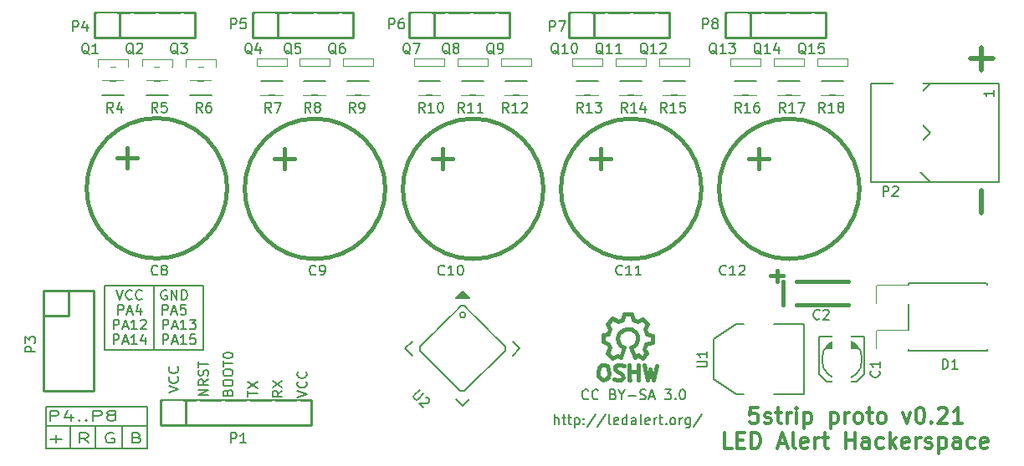
<source format=gto>
%FSLAX46Y46*%
G04 Gerber Fmt 4.6, Leading zero omitted, Abs format (unit mm)*
G04 Created by KiCad (PCBNEW (2014-09-25 BZR 5147)-product) date mån 17 nov 2014 05:06:59*
%MOMM*%
G01*
G04 APERTURE LIST*
%ADD10C,0.100000*%
%ADD11C,0.200000*%
%ADD12C,0.300000*%
%ADD13C,0.500000*%
%ADD14C,0.127000*%
%ADD15C,0.381000*%
%ADD16C,0.254000*%
%ADD17C,0.119380*%
%ADD18C,0.150000*%
%ADD19C,0.203200*%
%ADD20C,0.149860*%
%ADD21C,0.304800*%
%ADD22C,3.000000*%
%ADD23R,1.900200X2.900960*%
%ADD24R,3.299740X1.801140*%
%ADD25R,2.027200X2.332000*%
%ADD26O,2.027200X2.332000*%
%ADD27R,2.027200X2.027200*%
%ADD28O,2.027200X2.027200*%
%ADD29R,1.214400X1.214400*%
%ADD30R,0.935000X1.443000*%
%ADD31R,2.332000X3.957600*%
%ADD32R,2.332000X1.316000*%
%ADD33R,3.348000X1.951000*%
%ADD34R,6.396000X6.396000*%
%ADD35C,4.300000*%
%ADD36C,3.299740*%
G04 APERTURE END LIST*
D10*
D11*
X103000000Y-104750000D02*
X103000000Y-107000000D01*
X105500000Y-104750000D02*
X105500000Y-107000000D01*
X108250000Y-104750000D02*
X108250000Y-107000000D01*
X100500000Y-104750000D02*
X110750000Y-104750000D01*
X110750000Y-102750000D02*
X100500000Y-102750000D01*
X110750000Y-107000000D02*
X110750000Y-102750000D01*
X100500000Y-107000000D02*
X110750000Y-107000000D01*
X100500000Y-102750000D02*
X100500000Y-107000000D01*
X100964286Y-104202381D02*
X100964286Y-103202381D01*
X101535714Y-103202381D01*
X101678572Y-103250000D01*
X101750000Y-103297619D01*
X101821429Y-103392857D01*
X101821429Y-103535714D01*
X101750000Y-103630952D01*
X101678572Y-103678571D01*
X101535714Y-103726190D01*
X100964286Y-103726190D01*
X103107143Y-103535714D02*
X103107143Y-104202381D01*
X102750000Y-103154762D02*
X102392857Y-103869048D01*
X103321429Y-103869048D01*
X103892857Y-104107143D02*
X103964285Y-104154762D01*
X103892857Y-104202381D01*
X103821428Y-104154762D01*
X103892857Y-104107143D01*
X103892857Y-104202381D01*
X104607143Y-104107143D02*
X104678571Y-104154762D01*
X104607143Y-104202381D01*
X104535714Y-104154762D01*
X104607143Y-104107143D01*
X104607143Y-104202381D01*
X105321429Y-104202381D02*
X105321429Y-103202381D01*
X105892857Y-103202381D01*
X106035715Y-103250000D01*
X106107143Y-103297619D01*
X106178572Y-103392857D01*
X106178572Y-103535714D01*
X106107143Y-103630952D01*
X106035715Y-103678571D01*
X105892857Y-103726190D01*
X105321429Y-103726190D01*
X107035715Y-103630952D02*
X106892857Y-103583333D01*
X106821429Y-103535714D01*
X106750000Y-103440476D01*
X106750000Y-103392857D01*
X106821429Y-103297619D01*
X106892857Y-103250000D01*
X107035715Y-103202381D01*
X107321429Y-103202381D01*
X107464286Y-103250000D01*
X107535715Y-103297619D01*
X107607143Y-103392857D01*
X107607143Y-103440476D01*
X107535715Y-103535714D01*
X107464286Y-103583333D01*
X107321429Y-103630952D01*
X107035715Y-103630952D01*
X106892857Y-103678571D01*
X106821429Y-103726190D01*
X106750000Y-103821429D01*
X106750000Y-104011905D01*
X106821429Y-104107143D01*
X106892857Y-104154762D01*
X107035715Y-104202381D01*
X107321429Y-104202381D01*
X107464286Y-104154762D01*
X107535715Y-104107143D01*
X107607143Y-104011905D01*
X107607143Y-103821429D01*
X107535715Y-103726190D01*
X107464286Y-103678571D01*
X107321429Y-103630952D01*
X152004046Y-104592381D02*
X152004046Y-103592381D01*
X152432618Y-104592381D02*
X152432618Y-104068571D01*
X152384999Y-103973333D01*
X152289761Y-103925714D01*
X152146903Y-103925714D01*
X152051665Y-103973333D01*
X152004046Y-104020952D01*
X152765951Y-103925714D02*
X153146903Y-103925714D01*
X152908808Y-103592381D02*
X152908808Y-104449524D01*
X152956427Y-104544762D01*
X153051665Y-104592381D01*
X153146903Y-104592381D01*
X153337380Y-103925714D02*
X153718332Y-103925714D01*
X153480237Y-103592381D02*
X153480237Y-104449524D01*
X153527856Y-104544762D01*
X153623094Y-104592381D01*
X153718332Y-104592381D01*
X154051666Y-103925714D02*
X154051666Y-104925714D01*
X154051666Y-103973333D02*
X154146904Y-103925714D01*
X154337381Y-103925714D01*
X154432619Y-103973333D01*
X154480238Y-104020952D01*
X154527857Y-104116190D01*
X154527857Y-104401905D01*
X154480238Y-104497143D01*
X154432619Y-104544762D01*
X154337381Y-104592381D01*
X154146904Y-104592381D01*
X154051666Y-104544762D01*
X154956428Y-104497143D02*
X155004047Y-104544762D01*
X154956428Y-104592381D01*
X154908809Y-104544762D01*
X154956428Y-104497143D01*
X154956428Y-104592381D01*
X154956428Y-103973333D02*
X155004047Y-104020952D01*
X154956428Y-104068571D01*
X154908809Y-104020952D01*
X154956428Y-103973333D01*
X154956428Y-104068571D01*
X156146904Y-103544762D02*
X155289761Y-104830476D01*
X157194523Y-103544762D02*
X156337380Y-104830476D01*
X157670713Y-104592381D02*
X157575475Y-104544762D01*
X157527856Y-104449524D01*
X157527856Y-103592381D01*
X158432619Y-104544762D02*
X158337381Y-104592381D01*
X158146904Y-104592381D01*
X158051666Y-104544762D01*
X158004047Y-104449524D01*
X158004047Y-104068571D01*
X158051666Y-103973333D01*
X158146904Y-103925714D01*
X158337381Y-103925714D01*
X158432619Y-103973333D01*
X158480238Y-104068571D01*
X158480238Y-104163810D01*
X158004047Y-104259048D01*
X159337381Y-104592381D02*
X159337381Y-103592381D01*
X159337381Y-104544762D02*
X159242143Y-104592381D01*
X159051666Y-104592381D01*
X158956428Y-104544762D01*
X158908809Y-104497143D01*
X158861190Y-104401905D01*
X158861190Y-104116190D01*
X158908809Y-104020952D01*
X158956428Y-103973333D01*
X159051666Y-103925714D01*
X159242143Y-103925714D01*
X159337381Y-103973333D01*
X160242143Y-104592381D02*
X160242143Y-104068571D01*
X160194524Y-103973333D01*
X160099286Y-103925714D01*
X159908809Y-103925714D01*
X159813571Y-103973333D01*
X160242143Y-104544762D02*
X160146905Y-104592381D01*
X159908809Y-104592381D01*
X159813571Y-104544762D01*
X159765952Y-104449524D01*
X159765952Y-104354286D01*
X159813571Y-104259048D01*
X159908809Y-104211429D01*
X160146905Y-104211429D01*
X160242143Y-104163810D01*
X160861190Y-104592381D02*
X160765952Y-104544762D01*
X160718333Y-104449524D01*
X160718333Y-103592381D01*
X161623096Y-104544762D02*
X161527858Y-104592381D01*
X161337381Y-104592381D01*
X161242143Y-104544762D01*
X161194524Y-104449524D01*
X161194524Y-104068571D01*
X161242143Y-103973333D01*
X161337381Y-103925714D01*
X161527858Y-103925714D01*
X161623096Y-103973333D01*
X161670715Y-104068571D01*
X161670715Y-104163810D01*
X161194524Y-104259048D01*
X162099286Y-104592381D02*
X162099286Y-103925714D01*
X162099286Y-104116190D02*
X162146905Y-104020952D01*
X162194524Y-103973333D01*
X162289762Y-103925714D01*
X162385001Y-103925714D01*
X162575477Y-103925714D02*
X162956429Y-103925714D01*
X162718334Y-103592381D02*
X162718334Y-104449524D01*
X162765953Y-104544762D01*
X162861191Y-104592381D01*
X162956429Y-104592381D01*
X163289763Y-104497143D02*
X163337382Y-104544762D01*
X163289763Y-104592381D01*
X163242144Y-104544762D01*
X163289763Y-104497143D01*
X163289763Y-104592381D01*
X163908810Y-104592381D02*
X163813572Y-104544762D01*
X163765953Y-104497143D01*
X163718334Y-104401905D01*
X163718334Y-104116190D01*
X163765953Y-104020952D01*
X163813572Y-103973333D01*
X163908810Y-103925714D01*
X164051668Y-103925714D01*
X164146906Y-103973333D01*
X164194525Y-104020952D01*
X164242144Y-104116190D01*
X164242144Y-104401905D01*
X164194525Y-104497143D01*
X164146906Y-104544762D01*
X164051668Y-104592381D01*
X163908810Y-104592381D01*
X164670715Y-104592381D02*
X164670715Y-103925714D01*
X164670715Y-104116190D02*
X164718334Y-104020952D01*
X164765953Y-103973333D01*
X164861191Y-103925714D01*
X164956430Y-103925714D01*
X165718335Y-103925714D02*
X165718335Y-104735238D01*
X165670716Y-104830476D01*
X165623097Y-104878095D01*
X165527858Y-104925714D01*
X165385001Y-104925714D01*
X165289763Y-104878095D01*
X165718335Y-104544762D02*
X165623097Y-104592381D01*
X165432620Y-104592381D01*
X165337382Y-104544762D01*
X165289763Y-104497143D01*
X165242144Y-104401905D01*
X165242144Y-104116190D01*
X165289763Y-104020952D01*
X165337382Y-103973333D01*
X165432620Y-103925714D01*
X165623097Y-103925714D01*
X165718335Y-103973333D01*
X166908811Y-103544762D02*
X166051668Y-104830476D01*
X155424762Y-101957143D02*
X155377143Y-102004762D01*
X155234286Y-102052381D01*
X155139048Y-102052381D01*
X154996190Y-102004762D01*
X154900952Y-101909524D01*
X154853333Y-101814286D01*
X154805714Y-101623810D01*
X154805714Y-101480952D01*
X154853333Y-101290476D01*
X154900952Y-101195238D01*
X154996190Y-101100000D01*
X155139048Y-101052381D01*
X155234286Y-101052381D01*
X155377143Y-101100000D01*
X155424762Y-101147619D01*
X156424762Y-101957143D02*
X156377143Y-102004762D01*
X156234286Y-102052381D01*
X156139048Y-102052381D01*
X155996190Y-102004762D01*
X155900952Y-101909524D01*
X155853333Y-101814286D01*
X155805714Y-101623810D01*
X155805714Y-101480952D01*
X155853333Y-101290476D01*
X155900952Y-101195238D01*
X155996190Y-101100000D01*
X156139048Y-101052381D01*
X156234286Y-101052381D01*
X156377143Y-101100000D01*
X156424762Y-101147619D01*
X157948572Y-101528571D02*
X158091429Y-101576190D01*
X158139048Y-101623810D01*
X158186667Y-101719048D01*
X158186667Y-101861905D01*
X158139048Y-101957143D01*
X158091429Y-102004762D01*
X157996191Y-102052381D01*
X157615238Y-102052381D01*
X157615238Y-101052381D01*
X157948572Y-101052381D01*
X158043810Y-101100000D01*
X158091429Y-101147619D01*
X158139048Y-101242857D01*
X158139048Y-101338095D01*
X158091429Y-101433333D01*
X158043810Y-101480952D01*
X157948572Y-101528571D01*
X157615238Y-101528571D01*
X158805714Y-101576190D02*
X158805714Y-102052381D01*
X158472381Y-101052381D02*
X158805714Y-101576190D01*
X159139048Y-101052381D01*
X159472381Y-101671429D02*
X160234286Y-101671429D01*
X160662857Y-102004762D02*
X160805714Y-102052381D01*
X161043810Y-102052381D01*
X161139048Y-102004762D01*
X161186667Y-101957143D01*
X161234286Y-101861905D01*
X161234286Y-101766667D01*
X161186667Y-101671429D01*
X161139048Y-101623810D01*
X161043810Y-101576190D01*
X160853333Y-101528571D01*
X160758095Y-101480952D01*
X160710476Y-101433333D01*
X160662857Y-101338095D01*
X160662857Y-101242857D01*
X160710476Y-101147619D01*
X160758095Y-101100000D01*
X160853333Y-101052381D01*
X161091429Y-101052381D01*
X161234286Y-101100000D01*
X161615238Y-101766667D02*
X162091429Y-101766667D01*
X161520000Y-102052381D02*
X161853333Y-101052381D01*
X162186667Y-102052381D01*
X163186667Y-101052381D02*
X163805715Y-101052381D01*
X163472381Y-101433333D01*
X163615239Y-101433333D01*
X163710477Y-101480952D01*
X163758096Y-101528571D01*
X163805715Y-101623810D01*
X163805715Y-101861905D01*
X163758096Y-101957143D01*
X163710477Y-102004762D01*
X163615239Y-102052381D01*
X163329524Y-102052381D01*
X163234286Y-102004762D01*
X163186667Y-101957143D01*
X164234286Y-101957143D02*
X164281905Y-102004762D01*
X164234286Y-102052381D01*
X164186667Y-102004762D01*
X164234286Y-101957143D01*
X164234286Y-102052381D01*
X164900952Y-101052381D02*
X164996191Y-101052381D01*
X165091429Y-101100000D01*
X165139048Y-101147619D01*
X165186667Y-101242857D01*
X165234286Y-101433333D01*
X165234286Y-101671429D01*
X165186667Y-101861905D01*
X165139048Y-101957143D01*
X165091429Y-102004762D01*
X164996191Y-102052381D01*
X164900952Y-102052381D01*
X164805714Y-102004762D01*
X164758095Y-101957143D01*
X164710476Y-101861905D01*
X164662857Y-101671429D01*
X164662857Y-101433333D01*
X164710476Y-101242857D01*
X164758095Y-101147619D01*
X164805714Y-101100000D01*
X164900952Y-101052381D01*
D12*
X172557141Y-102853810D02*
X171795236Y-102853810D01*
X171719046Y-103615714D01*
X171795236Y-103539524D01*
X171947617Y-103463333D01*
X172328570Y-103463333D01*
X172480951Y-103539524D01*
X172557141Y-103615714D01*
X172633332Y-103768095D01*
X172633332Y-104149048D01*
X172557141Y-104301429D01*
X172480951Y-104377619D01*
X172328570Y-104453810D01*
X171947617Y-104453810D01*
X171795236Y-104377619D01*
X171719046Y-104301429D01*
X173242856Y-104377619D02*
X173395237Y-104453810D01*
X173699999Y-104453810D01*
X173852380Y-104377619D01*
X173928570Y-104225238D01*
X173928570Y-104149048D01*
X173852380Y-103996667D01*
X173699999Y-103920476D01*
X173471427Y-103920476D01*
X173319046Y-103844286D01*
X173242856Y-103691905D01*
X173242856Y-103615714D01*
X173319046Y-103463333D01*
X173471427Y-103387143D01*
X173699999Y-103387143D01*
X173852380Y-103463333D01*
X174385713Y-103387143D02*
X174995237Y-103387143D01*
X174614284Y-102853810D02*
X174614284Y-104225238D01*
X174690475Y-104377619D01*
X174842856Y-104453810D01*
X174995237Y-104453810D01*
X175528570Y-104453810D02*
X175528570Y-103387143D01*
X175528570Y-103691905D02*
X175604761Y-103539524D01*
X175680951Y-103463333D01*
X175833332Y-103387143D01*
X175985713Y-103387143D01*
X176519046Y-104453810D02*
X176519046Y-103387143D01*
X176519046Y-102853810D02*
X176442856Y-102930000D01*
X176519046Y-103006190D01*
X176595237Y-102930000D01*
X176519046Y-102853810D01*
X176519046Y-103006190D01*
X177280951Y-103387143D02*
X177280951Y-104987143D01*
X177280951Y-103463333D02*
X177433332Y-103387143D01*
X177738094Y-103387143D01*
X177890475Y-103463333D01*
X177966666Y-103539524D01*
X178042856Y-103691905D01*
X178042856Y-104149048D01*
X177966666Y-104301429D01*
X177890475Y-104377619D01*
X177738094Y-104453810D01*
X177433332Y-104453810D01*
X177280951Y-104377619D01*
X179947618Y-103387143D02*
X179947618Y-104987143D01*
X179947618Y-103463333D02*
X180099999Y-103387143D01*
X180404761Y-103387143D01*
X180557142Y-103463333D01*
X180633333Y-103539524D01*
X180709523Y-103691905D01*
X180709523Y-104149048D01*
X180633333Y-104301429D01*
X180557142Y-104377619D01*
X180404761Y-104453810D01*
X180099999Y-104453810D01*
X179947618Y-104377619D01*
X181395237Y-104453810D02*
X181395237Y-103387143D01*
X181395237Y-103691905D02*
X181471428Y-103539524D01*
X181547618Y-103463333D01*
X181699999Y-103387143D01*
X181852380Y-103387143D01*
X182614285Y-104453810D02*
X182461904Y-104377619D01*
X182385713Y-104301429D01*
X182309523Y-104149048D01*
X182309523Y-103691905D01*
X182385713Y-103539524D01*
X182461904Y-103463333D01*
X182614285Y-103387143D01*
X182842856Y-103387143D01*
X182995237Y-103463333D01*
X183071428Y-103539524D01*
X183147618Y-103691905D01*
X183147618Y-104149048D01*
X183071428Y-104301429D01*
X182995237Y-104377619D01*
X182842856Y-104453810D01*
X182614285Y-104453810D01*
X183604761Y-103387143D02*
X184214285Y-103387143D01*
X183833332Y-102853810D02*
X183833332Y-104225238D01*
X183909523Y-104377619D01*
X184061904Y-104453810D01*
X184214285Y-104453810D01*
X184976190Y-104453810D02*
X184823809Y-104377619D01*
X184747618Y-104301429D01*
X184671428Y-104149048D01*
X184671428Y-103691905D01*
X184747618Y-103539524D01*
X184823809Y-103463333D01*
X184976190Y-103387143D01*
X185204761Y-103387143D01*
X185357142Y-103463333D01*
X185433333Y-103539524D01*
X185509523Y-103691905D01*
X185509523Y-104149048D01*
X185433333Y-104301429D01*
X185357142Y-104377619D01*
X185204761Y-104453810D01*
X184976190Y-104453810D01*
X187261904Y-103387143D02*
X187642857Y-104453810D01*
X188023809Y-103387143D01*
X188938095Y-102853810D02*
X189090476Y-102853810D01*
X189242857Y-102930000D01*
X189319048Y-103006190D01*
X189395238Y-103158571D01*
X189471429Y-103463333D01*
X189471429Y-103844286D01*
X189395238Y-104149048D01*
X189319048Y-104301429D01*
X189242857Y-104377619D01*
X189090476Y-104453810D01*
X188938095Y-104453810D01*
X188785714Y-104377619D01*
X188709524Y-104301429D01*
X188633333Y-104149048D01*
X188557143Y-103844286D01*
X188557143Y-103463333D01*
X188633333Y-103158571D01*
X188709524Y-103006190D01*
X188785714Y-102930000D01*
X188938095Y-102853810D01*
X190157143Y-104301429D02*
X190233334Y-104377619D01*
X190157143Y-104453810D01*
X190080953Y-104377619D01*
X190157143Y-104301429D01*
X190157143Y-104453810D01*
X190842858Y-103006190D02*
X190919048Y-102930000D01*
X191071429Y-102853810D01*
X191452382Y-102853810D01*
X191604763Y-102930000D01*
X191680953Y-103006190D01*
X191757144Y-103158571D01*
X191757144Y-103310952D01*
X191680953Y-103539524D01*
X190766667Y-104453810D01*
X191757144Y-104453810D01*
X193280954Y-104453810D02*
X192366668Y-104453810D01*
X192823811Y-104453810D02*
X192823811Y-102853810D01*
X192671430Y-103082381D01*
X192519049Y-103234762D01*
X192366668Y-103310952D01*
X169966666Y-106993810D02*
X169204761Y-106993810D01*
X169204761Y-105393810D01*
X170499999Y-106155714D02*
X171033333Y-106155714D01*
X171261904Y-106993810D02*
X170499999Y-106993810D01*
X170499999Y-105393810D01*
X171261904Y-105393810D01*
X171947618Y-106993810D02*
X171947618Y-105393810D01*
X172328571Y-105393810D01*
X172557142Y-105470000D01*
X172709523Y-105622381D01*
X172785714Y-105774762D01*
X172861904Y-106079524D01*
X172861904Y-106308095D01*
X172785714Y-106612857D01*
X172709523Y-106765238D01*
X172557142Y-106917619D01*
X172328571Y-106993810D01*
X171947618Y-106993810D01*
X174690476Y-106536667D02*
X175452381Y-106536667D01*
X174538095Y-106993810D02*
X175071428Y-105393810D01*
X175604762Y-106993810D01*
X176366667Y-106993810D02*
X176214286Y-106917619D01*
X176138095Y-106765238D01*
X176138095Y-105393810D01*
X177585714Y-106917619D02*
X177433333Y-106993810D01*
X177128571Y-106993810D01*
X176976190Y-106917619D01*
X176900000Y-106765238D01*
X176900000Y-106155714D01*
X176976190Y-106003333D01*
X177128571Y-105927143D01*
X177433333Y-105927143D01*
X177585714Y-106003333D01*
X177661905Y-106155714D01*
X177661905Y-106308095D01*
X176900000Y-106460476D01*
X178347619Y-106993810D02*
X178347619Y-105927143D01*
X178347619Y-106231905D02*
X178423810Y-106079524D01*
X178500000Y-106003333D01*
X178652381Y-105927143D01*
X178804762Y-105927143D01*
X179109524Y-105927143D02*
X179719048Y-105927143D01*
X179338095Y-105393810D02*
X179338095Y-106765238D01*
X179414286Y-106917619D01*
X179566667Y-106993810D01*
X179719048Y-106993810D01*
X181471429Y-106993810D02*
X181471429Y-105393810D01*
X181471429Y-106155714D02*
X182385715Y-106155714D01*
X182385715Y-106993810D02*
X182385715Y-105393810D01*
X183833334Y-106993810D02*
X183833334Y-106155714D01*
X183757143Y-106003333D01*
X183604762Y-105927143D01*
X183300000Y-105927143D01*
X183147619Y-106003333D01*
X183833334Y-106917619D02*
X183680953Y-106993810D01*
X183300000Y-106993810D01*
X183147619Y-106917619D01*
X183071429Y-106765238D01*
X183071429Y-106612857D01*
X183147619Y-106460476D01*
X183300000Y-106384286D01*
X183680953Y-106384286D01*
X183833334Y-106308095D01*
X185280953Y-106917619D02*
X185128572Y-106993810D01*
X184823810Y-106993810D01*
X184671429Y-106917619D01*
X184595238Y-106841429D01*
X184519048Y-106689048D01*
X184519048Y-106231905D01*
X184595238Y-106079524D01*
X184671429Y-106003333D01*
X184823810Y-105927143D01*
X185128572Y-105927143D01*
X185280953Y-106003333D01*
X185966667Y-106993810D02*
X185966667Y-105393810D01*
X186119048Y-106384286D02*
X186576191Y-106993810D01*
X186576191Y-105927143D02*
X185966667Y-106536667D01*
X187871429Y-106917619D02*
X187719048Y-106993810D01*
X187414286Y-106993810D01*
X187261905Y-106917619D01*
X187185715Y-106765238D01*
X187185715Y-106155714D01*
X187261905Y-106003333D01*
X187414286Y-105927143D01*
X187719048Y-105927143D01*
X187871429Y-106003333D01*
X187947620Y-106155714D01*
X187947620Y-106308095D01*
X187185715Y-106460476D01*
X188633334Y-106993810D02*
X188633334Y-105927143D01*
X188633334Y-106231905D02*
X188709525Y-106079524D01*
X188785715Y-106003333D01*
X188938096Y-105927143D01*
X189090477Y-105927143D01*
X189547620Y-106917619D02*
X189700001Y-106993810D01*
X190004763Y-106993810D01*
X190157144Y-106917619D01*
X190233334Y-106765238D01*
X190233334Y-106689048D01*
X190157144Y-106536667D01*
X190004763Y-106460476D01*
X189776191Y-106460476D01*
X189623810Y-106384286D01*
X189547620Y-106231905D01*
X189547620Y-106155714D01*
X189623810Y-106003333D01*
X189776191Y-105927143D01*
X190004763Y-105927143D01*
X190157144Y-106003333D01*
X190919048Y-105927143D02*
X190919048Y-107527143D01*
X190919048Y-106003333D02*
X191071429Y-105927143D01*
X191376191Y-105927143D01*
X191528572Y-106003333D01*
X191604763Y-106079524D01*
X191680953Y-106231905D01*
X191680953Y-106689048D01*
X191604763Y-106841429D01*
X191528572Y-106917619D01*
X191376191Y-106993810D01*
X191071429Y-106993810D01*
X190919048Y-106917619D01*
X193052382Y-106993810D02*
X193052382Y-106155714D01*
X192976191Y-106003333D01*
X192823810Y-105927143D01*
X192519048Y-105927143D01*
X192366667Y-106003333D01*
X193052382Y-106917619D02*
X192900001Y-106993810D01*
X192519048Y-106993810D01*
X192366667Y-106917619D01*
X192290477Y-106765238D01*
X192290477Y-106612857D01*
X192366667Y-106460476D01*
X192519048Y-106384286D01*
X192900001Y-106384286D01*
X193052382Y-106308095D01*
X194500001Y-106917619D02*
X194347620Y-106993810D01*
X194042858Y-106993810D01*
X193890477Y-106917619D01*
X193814286Y-106841429D01*
X193738096Y-106689048D01*
X193738096Y-106231905D01*
X193814286Y-106079524D01*
X193890477Y-106003333D01*
X194042858Y-105927143D01*
X194347620Y-105927143D01*
X194500001Y-106003333D01*
X195795239Y-106917619D02*
X195642858Y-106993810D01*
X195338096Y-106993810D01*
X195185715Y-106917619D01*
X195109525Y-106765238D01*
X195109525Y-106155714D01*
X195185715Y-106003333D01*
X195338096Y-105927143D01*
X195642858Y-105927143D01*
X195795239Y-106003333D01*
X195871430Y-106155714D01*
X195871430Y-106308095D01*
X195109525Y-106460476D01*
D11*
X106500000Y-97000000D02*
X116500000Y-97000000D01*
X116500000Y-90500000D02*
X106500000Y-90500000D01*
X116500000Y-97000000D02*
X116500000Y-90500000D01*
X106500000Y-90500000D02*
X106500000Y-97000000D01*
X111500000Y-90500000D02*
X111500000Y-97000000D01*
X112357143Y-96452381D02*
X112357143Y-95452381D01*
X112738096Y-95452381D01*
X112833334Y-95500000D01*
X112880953Y-95547619D01*
X112928572Y-95642857D01*
X112928572Y-95785714D01*
X112880953Y-95880952D01*
X112833334Y-95928571D01*
X112738096Y-95976190D01*
X112357143Y-95976190D01*
X113309524Y-96166667D02*
X113785715Y-96166667D01*
X113214286Y-96452381D02*
X113547619Y-95452381D01*
X113880953Y-96452381D01*
X114738096Y-96452381D02*
X114166667Y-96452381D01*
X114452381Y-96452381D02*
X114452381Y-95452381D01*
X114357143Y-95595238D01*
X114261905Y-95690476D01*
X114166667Y-95738095D01*
X115642858Y-95452381D02*
X115166667Y-95452381D01*
X115119048Y-95928571D01*
X115166667Y-95880952D01*
X115261905Y-95833333D01*
X115500001Y-95833333D01*
X115595239Y-95880952D01*
X115642858Y-95928571D01*
X115690477Y-96023810D01*
X115690477Y-96261905D01*
X115642858Y-96357143D01*
X115595239Y-96404762D01*
X115500001Y-96452381D01*
X115261905Y-96452381D01*
X115166667Y-96404762D01*
X115119048Y-96357143D01*
X112357143Y-94952381D02*
X112357143Y-93952381D01*
X112738096Y-93952381D01*
X112833334Y-94000000D01*
X112880953Y-94047619D01*
X112928572Y-94142857D01*
X112928572Y-94285714D01*
X112880953Y-94380952D01*
X112833334Y-94428571D01*
X112738096Y-94476190D01*
X112357143Y-94476190D01*
X113309524Y-94666667D02*
X113785715Y-94666667D01*
X113214286Y-94952381D02*
X113547619Y-93952381D01*
X113880953Y-94952381D01*
X114738096Y-94952381D02*
X114166667Y-94952381D01*
X114452381Y-94952381D02*
X114452381Y-93952381D01*
X114357143Y-94095238D01*
X114261905Y-94190476D01*
X114166667Y-94238095D01*
X115071429Y-93952381D02*
X115690477Y-93952381D01*
X115357143Y-94333333D01*
X115500001Y-94333333D01*
X115595239Y-94380952D01*
X115642858Y-94428571D01*
X115690477Y-94523810D01*
X115690477Y-94761905D01*
X115642858Y-94857143D01*
X115595239Y-94904762D01*
X115500001Y-94952381D01*
X115214286Y-94952381D01*
X115119048Y-94904762D01*
X115071429Y-94857143D01*
X112333333Y-93452381D02*
X112333333Y-92452381D01*
X112714286Y-92452381D01*
X112809524Y-92500000D01*
X112857143Y-92547619D01*
X112904762Y-92642857D01*
X112904762Y-92785714D01*
X112857143Y-92880952D01*
X112809524Y-92928571D01*
X112714286Y-92976190D01*
X112333333Y-92976190D01*
X113285714Y-93166667D02*
X113761905Y-93166667D01*
X113190476Y-93452381D02*
X113523809Y-92452381D01*
X113857143Y-93452381D01*
X114666667Y-92452381D02*
X114190476Y-92452381D01*
X114142857Y-92928571D01*
X114190476Y-92880952D01*
X114285714Y-92833333D01*
X114523810Y-92833333D01*
X114619048Y-92880952D01*
X114666667Y-92928571D01*
X114714286Y-93023810D01*
X114714286Y-93261905D01*
X114666667Y-93357143D01*
X114619048Y-93404762D01*
X114523810Y-93452381D01*
X114285714Y-93452381D01*
X114190476Y-93404762D01*
X114142857Y-93357143D01*
X107357143Y-96452381D02*
X107357143Y-95452381D01*
X107738096Y-95452381D01*
X107833334Y-95500000D01*
X107880953Y-95547619D01*
X107928572Y-95642857D01*
X107928572Y-95785714D01*
X107880953Y-95880952D01*
X107833334Y-95928571D01*
X107738096Y-95976190D01*
X107357143Y-95976190D01*
X108309524Y-96166667D02*
X108785715Y-96166667D01*
X108214286Y-96452381D02*
X108547619Y-95452381D01*
X108880953Y-96452381D01*
X109738096Y-96452381D02*
X109166667Y-96452381D01*
X109452381Y-96452381D02*
X109452381Y-95452381D01*
X109357143Y-95595238D01*
X109261905Y-95690476D01*
X109166667Y-95738095D01*
X110595239Y-95785714D02*
X110595239Y-96452381D01*
X110357143Y-95404762D02*
X110119048Y-96119048D01*
X110738096Y-96119048D01*
X107357143Y-94952381D02*
X107357143Y-93952381D01*
X107738096Y-93952381D01*
X107833334Y-94000000D01*
X107880953Y-94047619D01*
X107928572Y-94142857D01*
X107928572Y-94285714D01*
X107880953Y-94380952D01*
X107833334Y-94428571D01*
X107738096Y-94476190D01*
X107357143Y-94476190D01*
X108309524Y-94666667D02*
X108785715Y-94666667D01*
X108214286Y-94952381D02*
X108547619Y-93952381D01*
X108880953Y-94952381D01*
X109738096Y-94952381D02*
X109166667Y-94952381D01*
X109452381Y-94952381D02*
X109452381Y-93952381D01*
X109357143Y-94095238D01*
X109261905Y-94190476D01*
X109166667Y-94238095D01*
X110119048Y-94047619D02*
X110166667Y-94000000D01*
X110261905Y-93952381D01*
X110500001Y-93952381D01*
X110595239Y-94000000D01*
X110642858Y-94047619D01*
X110690477Y-94142857D01*
X110690477Y-94238095D01*
X110642858Y-94380952D01*
X110071429Y-94952381D01*
X110690477Y-94952381D01*
X107833333Y-93452381D02*
X107833333Y-92452381D01*
X108214286Y-92452381D01*
X108309524Y-92500000D01*
X108357143Y-92547619D01*
X108404762Y-92642857D01*
X108404762Y-92785714D01*
X108357143Y-92880952D01*
X108309524Y-92928571D01*
X108214286Y-92976190D01*
X107833333Y-92976190D01*
X108785714Y-93166667D02*
X109261905Y-93166667D01*
X108690476Y-93452381D02*
X109023809Y-92452381D01*
X109357143Y-93452381D01*
X110119048Y-92785714D02*
X110119048Y-93452381D01*
X109880952Y-92404762D02*
X109642857Y-93119048D01*
X110261905Y-93119048D01*
X112738096Y-91000000D02*
X112642858Y-90952381D01*
X112500001Y-90952381D01*
X112357143Y-91000000D01*
X112261905Y-91095238D01*
X112214286Y-91190476D01*
X112166667Y-91380952D01*
X112166667Y-91523810D01*
X112214286Y-91714286D01*
X112261905Y-91809524D01*
X112357143Y-91904762D01*
X112500001Y-91952381D01*
X112595239Y-91952381D01*
X112738096Y-91904762D01*
X112785715Y-91857143D01*
X112785715Y-91523810D01*
X112595239Y-91523810D01*
X113214286Y-91952381D02*
X113214286Y-90952381D01*
X113785715Y-91952381D01*
X113785715Y-90952381D01*
X114261905Y-91952381D02*
X114261905Y-90952381D01*
X114500000Y-90952381D01*
X114642858Y-91000000D01*
X114738096Y-91095238D01*
X114785715Y-91190476D01*
X114833334Y-91380952D01*
X114833334Y-91523810D01*
X114785715Y-91714286D01*
X114738096Y-91809524D01*
X114642858Y-91904762D01*
X114500000Y-91952381D01*
X114261905Y-91952381D01*
X107666667Y-90952381D02*
X108000000Y-91952381D01*
X108333334Y-90952381D01*
X109238096Y-91857143D02*
X109190477Y-91904762D01*
X109047620Y-91952381D01*
X108952382Y-91952381D01*
X108809524Y-91904762D01*
X108714286Y-91809524D01*
X108666667Y-91714286D01*
X108619048Y-91523810D01*
X108619048Y-91380952D01*
X108666667Y-91190476D01*
X108714286Y-91095238D01*
X108809524Y-91000000D01*
X108952382Y-90952381D01*
X109047620Y-90952381D01*
X109190477Y-91000000D01*
X109238096Y-91047619D01*
X110238096Y-91857143D02*
X110190477Y-91904762D01*
X110047620Y-91952381D01*
X109952382Y-91952381D01*
X109809524Y-91904762D01*
X109714286Y-91809524D01*
X109666667Y-91714286D01*
X109619048Y-91523810D01*
X109619048Y-91380952D01*
X109666667Y-91190476D01*
X109714286Y-91095238D01*
X109809524Y-91000000D01*
X109952382Y-90952381D01*
X110047620Y-90952381D01*
X110190477Y-91000000D01*
X110238096Y-91047619D01*
X125952381Y-101833333D02*
X126952381Y-101500000D01*
X125952381Y-101166666D01*
X126857143Y-100261904D02*
X126904762Y-100309523D01*
X126952381Y-100452380D01*
X126952381Y-100547618D01*
X126904762Y-100690476D01*
X126809524Y-100785714D01*
X126714286Y-100833333D01*
X126523810Y-100880952D01*
X126380952Y-100880952D01*
X126190476Y-100833333D01*
X126095238Y-100785714D01*
X126000000Y-100690476D01*
X125952381Y-100547618D01*
X125952381Y-100452380D01*
X126000000Y-100309523D01*
X126047619Y-100261904D01*
X126857143Y-99261904D02*
X126904762Y-99309523D01*
X126952381Y-99452380D01*
X126952381Y-99547618D01*
X126904762Y-99690476D01*
X126809524Y-99785714D01*
X126714286Y-99833333D01*
X126523810Y-99880952D01*
X126380952Y-99880952D01*
X126190476Y-99833333D01*
X126095238Y-99785714D01*
X126000000Y-99690476D01*
X125952381Y-99547618D01*
X125952381Y-99452380D01*
X126000000Y-99309523D01*
X126047619Y-99261904D01*
X124452381Y-101166666D02*
X123976190Y-101500000D01*
X124452381Y-101738095D02*
X123452381Y-101738095D01*
X123452381Y-101357142D01*
X123500000Y-101261904D01*
X123547619Y-101214285D01*
X123642857Y-101166666D01*
X123785714Y-101166666D01*
X123880952Y-101214285D01*
X123928571Y-101261904D01*
X123976190Y-101357142D01*
X123976190Y-101738095D01*
X123452381Y-100833333D02*
X124452381Y-100166666D01*
X123452381Y-100166666D02*
X124452381Y-100833333D01*
X120952381Y-101761905D02*
X120952381Y-101190476D01*
X121952381Y-101476191D02*
X120952381Y-101476191D01*
X120952381Y-100952381D02*
X121952381Y-100285714D01*
X120952381Y-100285714D02*
X121952381Y-100952381D01*
X118928571Y-101333333D02*
X118976190Y-101190476D01*
X119023810Y-101142857D01*
X119119048Y-101095238D01*
X119261905Y-101095238D01*
X119357143Y-101142857D01*
X119404762Y-101190476D01*
X119452381Y-101285714D01*
X119452381Y-101666667D01*
X118452381Y-101666667D01*
X118452381Y-101333333D01*
X118500000Y-101238095D01*
X118547619Y-101190476D01*
X118642857Y-101142857D01*
X118738095Y-101142857D01*
X118833333Y-101190476D01*
X118880952Y-101238095D01*
X118928571Y-101333333D01*
X118928571Y-101666667D01*
X118452381Y-100476191D02*
X118452381Y-100285714D01*
X118500000Y-100190476D01*
X118595238Y-100095238D01*
X118785714Y-100047619D01*
X119119048Y-100047619D01*
X119309524Y-100095238D01*
X119404762Y-100190476D01*
X119452381Y-100285714D01*
X119452381Y-100476191D01*
X119404762Y-100571429D01*
X119309524Y-100666667D01*
X119119048Y-100714286D01*
X118785714Y-100714286D01*
X118595238Y-100666667D01*
X118500000Y-100571429D01*
X118452381Y-100476191D01*
X118452381Y-99428572D02*
X118452381Y-99238095D01*
X118500000Y-99142857D01*
X118595238Y-99047619D01*
X118785714Y-99000000D01*
X119119048Y-99000000D01*
X119309524Y-99047619D01*
X119404762Y-99142857D01*
X119452381Y-99238095D01*
X119452381Y-99428572D01*
X119404762Y-99523810D01*
X119309524Y-99619048D01*
X119119048Y-99666667D01*
X118785714Y-99666667D01*
X118595238Y-99619048D01*
X118500000Y-99523810D01*
X118452381Y-99428572D01*
X118452381Y-98714286D02*
X118452381Y-98142857D01*
X119452381Y-98428572D02*
X118452381Y-98428572D01*
X118452381Y-97619048D02*
X118452381Y-97523809D01*
X118500000Y-97428571D01*
X118547619Y-97380952D01*
X118642857Y-97333333D01*
X118833333Y-97285714D01*
X119071429Y-97285714D01*
X119261905Y-97333333D01*
X119357143Y-97380952D01*
X119404762Y-97428571D01*
X119452381Y-97523809D01*
X119452381Y-97619048D01*
X119404762Y-97714286D01*
X119357143Y-97761905D01*
X119261905Y-97809524D01*
X119071429Y-97857143D01*
X118833333Y-97857143D01*
X118642857Y-97809524D01*
X118547619Y-97761905D01*
X118500000Y-97714286D01*
X118452381Y-97619048D01*
X116952381Y-101642857D02*
X115952381Y-101642857D01*
X116952381Y-101071428D01*
X115952381Y-101071428D01*
X116952381Y-100023809D02*
X116476190Y-100357143D01*
X116952381Y-100595238D02*
X115952381Y-100595238D01*
X115952381Y-100214285D01*
X116000000Y-100119047D01*
X116047619Y-100071428D01*
X116142857Y-100023809D01*
X116285714Y-100023809D01*
X116380952Y-100071428D01*
X116428571Y-100119047D01*
X116476190Y-100214285D01*
X116476190Y-100595238D01*
X116904762Y-99642857D02*
X116952381Y-99500000D01*
X116952381Y-99261904D01*
X116904762Y-99166666D01*
X116857143Y-99119047D01*
X116761905Y-99071428D01*
X116666667Y-99071428D01*
X116571429Y-99119047D01*
X116523810Y-99166666D01*
X116476190Y-99261904D01*
X116428571Y-99452381D01*
X116380952Y-99547619D01*
X116333333Y-99595238D01*
X116238095Y-99642857D01*
X116142857Y-99642857D01*
X116047619Y-99595238D01*
X116000000Y-99547619D01*
X115952381Y-99452381D01*
X115952381Y-99214285D01*
X116000000Y-99071428D01*
X115952381Y-98785714D02*
X115952381Y-98214285D01*
X116952381Y-98500000D02*
X115952381Y-98500000D01*
X112952381Y-101333333D02*
X113952381Y-101000000D01*
X112952381Y-100666666D01*
X113857143Y-99761904D02*
X113904762Y-99809523D01*
X113952381Y-99952380D01*
X113952381Y-100047618D01*
X113904762Y-100190476D01*
X113809524Y-100285714D01*
X113714286Y-100333333D01*
X113523810Y-100380952D01*
X113380952Y-100380952D01*
X113190476Y-100333333D01*
X113095238Y-100285714D01*
X113000000Y-100190476D01*
X112952381Y-100047618D01*
X112952381Y-99952380D01*
X113000000Y-99809523D01*
X113047619Y-99761904D01*
X113857143Y-98761904D02*
X113904762Y-98809523D01*
X113952381Y-98952380D01*
X113952381Y-99047618D01*
X113904762Y-99190476D01*
X113809524Y-99285714D01*
X113714286Y-99333333D01*
X113523810Y-99380952D01*
X113380952Y-99380952D01*
X113190476Y-99333333D01*
X113095238Y-99285714D01*
X113000000Y-99190476D01*
X112952381Y-99047618D01*
X112952381Y-98952380D01*
X113000000Y-98809523D01*
X113047619Y-98761904D01*
X100964286Y-106071429D02*
X102107143Y-106071429D01*
X101535714Y-106452381D02*
X101535714Y-105690476D01*
X104821429Y-106452381D02*
X104321429Y-105976190D01*
X103964286Y-106452381D02*
X103964286Y-105452381D01*
X104535714Y-105452381D01*
X104678572Y-105500000D01*
X104750000Y-105547619D01*
X104821429Y-105642857D01*
X104821429Y-105785714D01*
X104750000Y-105880952D01*
X104678572Y-105928571D01*
X104535714Y-105976190D01*
X103964286Y-105976190D01*
X107392857Y-105500000D02*
X107250000Y-105452381D01*
X107035714Y-105452381D01*
X106821429Y-105500000D01*
X106678571Y-105595238D01*
X106607143Y-105690476D01*
X106535714Y-105880952D01*
X106535714Y-106023810D01*
X106607143Y-106214286D01*
X106678571Y-106309524D01*
X106821429Y-106404762D01*
X107035714Y-106452381D01*
X107178571Y-106452381D01*
X107392857Y-106404762D01*
X107464286Y-106357143D01*
X107464286Y-106023810D01*
X107178571Y-106023810D01*
X109750000Y-105928571D02*
X109964286Y-105976190D01*
X110035714Y-106023810D01*
X110107143Y-106119048D01*
X110107143Y-106261905D01*
X110035714Y-106357143D01*
X109964286Y-106404762D01*
X109821428Y-106452381D01*
X109250000Y-106452381D01*
X109250000Y-105452381D01*
X109750000Y-105452381D01*
X109892857Y-105500000D01*
X109964286Y-105547619D01*
X110035714Y-105642857D01*
X110035714Y-105738095D01*
X109964286Y-105833333D01*
X109892857Y-105880952D01*
X109750000Y-105928571D01*
X109250000Y-105928571D01*
D13*
X195214286Y-80857143D02*
X195214286Y-83142857D01*
X195214286Y-66357143D02*
X195214286Y-68642857D01*
X196357143Y-67500000D02*
X194071429Y-67500000D01*
D14*
X181100000Y-99651000D02*
X181100000Y-98889000D01*
X181481000Y-99270000D02*
X180719000Y-99270000D01*
X178814000Y-99524000D02*
X178814000Y-95714000D01*
X182624000Y-100286000D02*
X179576000Y-100286000D01*
X178814000Y-99524000D02*
X179576000Y-100286000D01*
X183386000Y-99524000D02*
X183386000Y-95714000D01*
X183386000Y-99524000D02*
X182624000Y-100286000D01*
X180973000Y-95968000D02*
X181227000Y-95968000D01*
X181735000Y-96095000D02*
X180465000Y-96095000D01*
X180211000Y-96222000D02*
X181989000Y-96222000D01*
X179957000Y-96349000D02*
X182243000Y-96349000D01*
X182370000Y-96476000D02*
X179830000Y-96476000D01*
X179703000Y-96603000D02*
X182497000Y-96603000D01*
X182624000Y-96730000D02*
X179576000Y-96730000D01*
X182751000Y-96857000D02*
X179449000Y-96857000D01*
X183132000Y-98000000D02*
G75*
G03X183132000Y-98000000I-2032000J0D01*
G74*
G01*
X183386000Y-95714000D02*
X178814000Y-95714000D01*
D15*
X176499040Y-92498880D02*
X181700960Y-92498880D01*
X181700960Y-90101120D02*
X176499040Y-90101120D01*
X174500060Y-89001300D02*
X174500060Y-90101120D01*
X173900620Y-89501680D02*
X175099500Y-89501680D01*
X175104580Y-90101120D02*
X175104580Y-92498880D01*
D16*
X114720000Y-102130000D02*
X127420000Y-102130000D01*
X127420000Y-102130000D02*
X127420000Y-104670000D01*
X127420000Y-104670000D02*
X114720000Y-104670000D01*
X112180000Y-102130000D02*
X114720000Y-102130000D01*
X114720000Y-102130000D02*
X114720000Y-104670000D01*
X112180000Y-102130000D02*
X112180000Y-104670000D01*
X112180000Y-104670000D02*
X114720000Y-104670000D01*
X100260000Y-93560000D02*
X100260000Y-101180000D01*
X100260000Y-101180000D02*
X105340000Y-101180000D01*
X105340000Y-101180000D02*
X105340000Y-91020000D01*
X105340000Y-91020000D02*
X102800000Y-91020000D01*
X100260000Y-91020000D02*
X100260000Y-93560000D01*
X102800000Y-91020000D02*
X102800000Y-93560000D01*
X102800000Y-93560000D02*
X100260000Y-93560000D01*
X100260000Y-91020000D02*
X102800000Y-91020000D01*
X107950000Y-65405000D02*
X115570000Y-65405000D01*
X107950000Y-62865000D02*
X115570000Y-62865000D01*
X105410000Y-62865000D02*
X107950000Y-62865000D01*
X115570000Y-65405000D02*
X115570000Y-62865000D01*
X107950000Y-62865000D02*
X107950000Y-65405000D01*
X105410000Y-62865000D02*
X105410000Y-65405000D01*
X105410000Y-65405000D02*
X107950000Y-65405000D01*
X124020000Y-65370000D02*
X131640000Y-65370000D01*
X124020000Y-62830000D02*
X131640000Y-62830000D01*
X121480000Y-62830000D02*
X124020000Y-62830000D01*
X131640000Y-65370000D02*
X131640000Y-62830000D01*
X124020000Y-62830000D02*
X124020000Y-65370000D01*
X121480000Y-62830000D02*
X121480000Y-65370000D01*
X121480000Y-65370000D02*
X124020000Y-65370000D01*
X139820000Y-65370000D02*
X147440000Y-65370000D01*
X139820000Y-62830000D02*
X147440000Y-62830000D01*
X137280000Y-62830000D02*
X139820000Y-62830000D01*
X147440000Y-65370000D02*
X147440000Y-62830000D01*
X139820000Y-62830000D02*
X139820000Y-65370000D01*
X137280000Y-62830000D02*
X137280000Y-65370000D01*
X137280000Y-65370000D02*
X139820000Y-65370000D01*
X156020000Y-65370000D02*
X163640000Y-65370000D01*
X156020000Y-62830000D02*
X163640000Y-62830000D01*
X153480000Y-62830000D02*
X156020000Y-62830000D01*
X163640000Y-65370000D02*
X163640000Y-62830000D01*
X156020000Y-62830000D02*
X156020000Y-65370000D01*
X153480000Y-62830000D02*
X153480000Y-65370000D01*
X153480000Y-65370000D02*
X156020000Y-65370000D01*
X171820000Y-65370000D02*
X179440000Y-65370000D01*
X171820000Y-62830000D02*
X179440000Y-62830000D01*
X169280000Y-62830000D02*
X171820000Y-62830000D01*
X179440000Y-65370000D02*
X179440000Y-62830000D01*
X171820000Y-62830000D02*
X171820000Y-65370000D01*
X169280000Y-62830000D02*
X169280000Y-65370000D01*
X169280000Y-65370000D02*
X171820000Y-65370000D01*
D17*
X108839000Y-68326000D02*
X105791000Y-68326000D01*
X105791000Y-68326000D02*
X105791000Y-67564000D01*
X105791000Y-67564000D02*
X108839000Y-67564000D01*
X108839000Y-67564000D02*
X108839000Y-68326000D01*
X113284000Y-68326000D02*
X110236000Y-68326000D01*
X110236000Y-68326000D02*
X110236000Y-67564000D01*
X110236000Y-67564000D02*
X113284000Y-67564000D01*
X113284000Y-67564000D02*
X113284000Y-68326000D01*
X117729000Y-68326000D02*
X114681000Y-68326000D01*
X114681000Y-68326000D02*
X114681000Y-67564000D01*
X114681000Y-67564000D02*
X117729000Y-67564000D01*
X117729000Y-67564000D02*
X117729000Y-68326000D01*
X124884000Y-68281000D02*
X121836000Y-68281000D01*
X121836000Y-68281000D02*
X121836000Y-67519000D01*
X121836000Y-67519000D02*
X124884000Y-67519000D01*
X124884000Y-67519000D02*
X124884000Y-68281000D01*
X129284000Y-68281000D02*
X126236000Y-68281000D01*
X126236000Y-68281000D02*
X126236000Y-67519000D01*
X126236000Y-67519000D02*
X129284000Y-67519000D01*
X129284000Y-67519000D02*
X129284000Y-68281000D01*
X133684000Y-68281000D02*
X130636000Y-68281000D01*
X130636000Y-68281000D02*
X130636000Y-67519000D01*
X130636000Y-67519000D02*
X133684000Y-67519000D01*
X133684000Y-67519000D02*
X133684000Y-68281000D01*
X140884000Y-68281000D02*
X137836000Y-68281000D01*
X137836000Y-68281000D02*
X137836000Y-67519000D01*
X137836000Y-67519000D02*
X140884000Y-67519000D01*
X140884000Y-67519000D02*
X140884000Y-68281000D01*
X145284000Y-68281000D02*
X142236000Y-68281000D01*
X142236000Y-68281000D02*
X142236000Y-67519000D01*
X142236000Y-67519000D02*
X145284000Y-67519000D01*
X145284000Y-67519000D02*
X145284000Y-68281000D01*
X149684000Y-68281000D02*
X146636000Y-68281000D01*
X146636000Y-68281000D02*
X146636000Y-67519000D01*
X146636000Y-67519000D02*
X149684000Y-67519000D01*
X149684000Y-67519000D02*
X149684000Y-68281000D01*
X156884000Y-68281000D02*
X153836000Y-68281000D01*
X153836000Y-68281000D02*
X153836000Y-67519000D01*
X153836000Y-67519000D02*
X156884000Y-67519000D01*
X156884000Y-67519000D02*
X156884000Y-68281000D01*
X161284000Y-68281000D02*
X158236000Y-68281000D01*
X158236000Y-68281000D02*
X158236000Y-67519000D01*
X158236000Y-67519000D02*
X161284000Y-67519000D01*
X161284000Y-67519000D02*
X161284000Y-68281000D01*
X165684000Y-68281000D02*
X162636000Y-68281000D01*
X162636000Y-68281000D02*
X162636000Y-67519000D01*
X162636000Y-67519000D02*
X165684000Y-67519000D01*
X165684000Y-67519000D02*
X165684000Y-68281000D01*
X172884000Y-68281000D02*
X169836000Y-68281000D01*
X169836000Y-68281000D02*
X169836000Y-67519000D01*
X169836000Y-67519000D02*
X172884000Y-67519000D01*
X172884000Y-67519000D02*
X172884000Y-68281000D01*
X177284000Y-68281000D02*
X174236000Y-68281000D01*
X174236000Y-68281000D02*
X174236000Y-67519000D01*
X174236000Y-67519000D02*
X177284000Y-67519000D01*
X177284000Y-67519000D02*
X177284000Y-68281000D01*
X181684000Y-68281000D02*
X178636000Y-68281000D01*
X178636000Y-68281000D02*
X178636000Y-67519000D01*
X178636000Y-67519000D02*
X181684000Y-67519000D01*
X181684000Y-67519000D02*
X181684000Y-68281000D01*
D18*
X106215000Y-69785000D02*
X108415000Y-69785000D01*
X106215000Y-71185000D02*
X108415000Y-71185000D01*
X110660000Y-69785000D02*
X112860000Y-69785000D01*
X110660000Y-71185000D02*
X112860000Y-71185000D01*
X115105000Y-69785000D02*
X117305000Y-69785000D01*
X115105000Y-71185000D02*
X117305000Y-71185000D01*
X122260000Y-69800000D02*
X124460000Y-69800000D01*
X122260000Y-71200000D02*
X124460000Y-71200000D01*
X126660000Y-69800000D02*
X128860000Y-69800000D01*
X126660000Y-71200000D02*
X128860000Y-71200000D01*
X131060000Y-69800000D02*
X133260000Y-69800000D01*
X131060000Y-71200000D02*
X133260000Y-71200000D01*
X138260000Y-69800000D02*
X140460000Y-69800000D01*
X138260000Y-71200000D02*
X140460000Y-71200000D01*
X142660000Y-69800000D02*
X144860000Y-69800000D01*
X142660000Y-71200000D02*
X144860000Y-71200000D01*
X147060000Y-69800000D02*
X149260000Y-69800000D01*
X147060000Y-71200000D02*
X149260000Y-71200000D01*
X154260000Y-69800000D02*
X156460000Y-69800000D01*
X154260000Y-71200000D02*
X156460000Y-71200000D01*
X158660000Y-69800000D02*
X160860000Y-69800000D01*
X158660000Y-71200000D02*
X160860000Y-71200000D01*
X163060000Y-69800000D02*
X165260000Y-69800000D01*
X163060000Y-71200000D02*
X165260000Y-71200000D01*
X170260000Y-69800000D02*
X172460000Y-69800000D01*
X170260000Y-71200000D02*
X172460000Y-71200000D01*
X174660000Y-69800000D02*
X176860000Y-69800000D01*
X174660000Y-71200000D02*
X176860000Y-71200000D01*
X179060000Y-69800000D02*
X181260000Y-69800000D01*
X179060000Y-71200000D02*
X181260000Y-71200000D01*
D19*
X174224000Y-101556000D02*
X177272000Y-101556000D01*
X177272000Y-101556000D02*
X177272000Y-94444000D01*
X177272000Y-94444000D02*
X174224000Y-94444000D01*
X171176000Y-101556000D02*
X170414000Y-101556000D01*
X170414000Y-101556000D02*
X168128000Y-100032000D01*
X168128000Y-100032000D02*
X168128000Y-95968000D01*
X168128000Y-95968000D02*
X170414000Y-94444000D01*
X170414000Y-94444000D02*
X171176000Y-94444000D01*
D18*
X142417157Y-92657359D02*
X142487868Y-92586649D01*
X142487868Y-92586649D02*
X142912132Y-92586649D01*
X142912132Y-92586649D02*
X147013351Y-96687868D01*
X147013351Y-96687868D02*
X147013351Y-97112132D01*
X147013351Y-97112132D02*
X142912132Y-101213351D01*
X142912132Y-101213351D02*
X142487868Y-101213351D01*
X142487868Y-101213351D02*
X138386649Y-97112132D01*
X138386649Y-97112132D02*
X138386649Y-96687868D01*
X138386649Y-96687868D02*
X142417157Y-92657359D01*
D20*
X142841888Y-91244235D02*
X142558112Y-91244235D01*
X142418020Y-91384327D02*
X142981980Y-91384327D01*
X143123868Y-91526215D02*
X142276132Y-91526215D01*
X142134244Y-91668103D02*
X143265756Y-91668103D01*
X141992356Y-91809991D02*
X142700000Y-91102347D01*
X142700000Y-91102347D02*
X143407644Y-91809991D01*
X143407644Y-91809991D02*
X141992356Y-91809991D01*
X137609991Y-97607644D02*
X136902347Y-96900000D01*
X136902347Y-96900000D02*
X137609991Y-96192356D01*
X143407644Y-101990009D02*
X142700000Y-102697653D01*
X142700000Y-102697653D02*
X141992356Y-101990009D01*
X147790009Y-96192356D02*
X148497653Y-96900000D01*
X148497653Y-96900000D02*
X147790009Y-97607644D01*
D14*
X142983981Y-93487503D02*
G75*
G03X142983981Y-93487503I-283981J0D01*
G74*
G01*
X187824000Y-95097000D02*
X184649000Y-95097000D01*
X184649000Y-95097000D02*
X184649000Y-96875000D01*
X184649000Y-96875000D02*
X187824000Y-96875000D01*
X187824000Y-90525000D02*
X184649000Y-90525000D01*
X184649000Y-90525000D02*
X184649000Y-92303000D01*
X184649000Y-92303000D02*
X187824000Y-92303000D01*
X193920000Y-97129000D02*
X187824000Y-97129000D01*
X187824000Y-97129000D02*
X187824000Y-90271000D01*
X187824000Y-90271000D02*
X195698000Y-90271000D01*
X195825000Y-90271000D02*
X195825000Y-97129000D01*
X195698000Y-97129000D02*
X193920000Y-97129000D01*
D18*
X190000000Y-70000000D02*
X189000000Y-71000000D01*
X189000000Y-71000000D02*
X189000000Y-74000000D01*
X189000000Y-74000000D02*
X190000000Y-75000000D01*
X190000000Y-75000000D02*
X189000000Y-76000000D01*
X189000000Y-76000000D02*
X189000000Y-79000000D01*
X189000000Y-79000000D02*
X190000000Y-80000000D01*
X197000000Y-70000000D02*
X197000000Y-80000000D01*
X197000000Y-80000000D02*
X184000000Y-80000000D01*
X184000000Y-80000000D02*
X184000000Y-70000000D01*
X184000000Y-70000000D02*
X197000000Y-70000000D01*
D15*
X108712000Y-78613000D02*
X108712000Y-76581000D01*
X107696000Y-77597000D02*
X109728000Y-77597000D01*
X118872000Y-80645000D02*
G75*
G03X118872000Y-80645000I-7112000J0D01*
G74*
G01*
X124712000Y-78668000D02*
X124712000Y-76636000D01*
X123696000Y-77652000D02*
X125728000Y-77652000D01*
X134872000Y-80700000D02*
G75*
G03X134872000Y-80700000I-7112000J0D01*
G74*
G01*
X140712000Y-78668000D02*
X140712000Y-76636000D01*
X139696000Y-77652000D02*
X141728000Y-77652000D01*
X150872000Y-80700000D02*
G75*
G03X150872000Y-80700000I-7112000J0D01*
G74*
G01*
X156712000Y-78668000D02*
X156712000Y-76636000D01*
X155696000Y-77652000D02*
X157728000Y-77652000D01*
X166872000Y-80700000D02*
G75*
G03X166872000Y-80700000I-7112000J0D01*
G74*
G01*
X172712000Y-78668000D02*
X172712000Y-76636000D01*
X171696000Y-77652000D02*
X173728000Y-77652000D01*
X182872000Y-80700000D02*
G75*
G03X182872000Y-80700000I-7112000J0D01*
G74*
G01*
X161053780Y-98574860D02*
X161414460Y-100045520D01*
X161414460Y-100045520D02*
X161693860Y-98983800D01*
X161693860Y-98983800D02*
X162003740Y-100055680D01*
X162003740Y-100055680D02*
X162344100Y-98605340D01*
X159633920Y-99265740D02*
X160423860Y-99255580D01*
X160423860Y-99255580D02*
X160434020Y-99265740D01*
X160434020Y-99265740D02*
X160434020Y-99255580D01*
X160474660Y-98544380D02*
X160474660Y-100086160D01*
X159585660Y-98534220D02*
X159585660Y-100103940D01*
X159585660Y-100103940D02*
X159595820Y-100093780D01*
X159034480Y-98635820D02*
X158683960Y-98554540D01*
X158683960Y-98554540D02*
X158363920Y-98544380D01*
X158363920Y-98544380D02*
X158125160Y-98745040D01*
X158125160Y-98745040D02*
X158094680Y-99014280D01*
X158094680Y-99014280D02*
X158335980Y-99255580D01*
X158335980Y-99255580D02*
X158724600Y-99385120D01*
X158724600Y-99385120D02*
X158904940Y-99545140D01*
X158904940Y-99545140D02*
X158945580Y-99844860D01*
X158945580Y-99844860D02*
X158714440Y-100065840D01*
X158714440Y-100065840D02*
X158394400Y-100093780D01*
X158394400Y-100093780D02*
X158043880Y-99984560D01*
X157005020Y-98534220D02*
X156756100Y-98554540D01*
X156756100Y-98554540D02*
X156514800Y-98795840D01*
X156514800Y-98795840D02*
X156425900Y-99286060D01*
X156425900Y-99286060D02*
X156453840Y-99634040D01*
X156453840Y-99634040D02*
X156654500Y-99954080D01*
X156654500Y-99954080D02*
X156905960Y-100076000D01*
X156905960Y-100076000D02*
X157215840Y-100004880D01*
X157215840Y-100004880D02*
X157434280Y-99824540D01*
X157434280Y-99824540D02*
X157505400Y-99364800D01*
X157505400Y-99364800D02*
X157454600Y-98955860D01*
X157454600Y-98955860D02*
X157345380Y-98673920D01*
X157345380Y-98673920D02*
X156984700Y-98544380D01*
X157604460Y-96814640D02*
X157345380Y-97375980D01*
X157345380Y-97375980D02*
X157883860Y-97894140D01*
X157883860Y-97894140D02*
X158404560Y-97624900D01*
X158404560Y-97624900D02*
X158683960Y-97784920D01*
X160124140Y-97764600D02*
X160454340Y-97574100D01*
X160454340Y-97574100D02*
X160893760Y-97904300D01*
X160893760Y-97904300D02*
X161366200Y-97414080D01*
X161366200Y-97414080D02*
X161084260Y-96934020D01*
X161084260Y-96934020D02*
X161274760Y-96464120D01*
X161274760Y-96464120D02*
X161884360Y-96276160D01*
X161884360Y-96276160D02*
X161884360Y-95595440D01*
X161884360Y-95595440D02*
X161325560Y-95455740D01*
X161325560Y-95455740D02*
X161124900Y-94884240D01*
X161124900Y-94884240D02*
X161394140Y-94414340D01*
X161394140Y-94414340D02*
X160924240Y-93903800D01*
X160924240Y-93903800D02*
X160406080Y-94165420D01*
X160406080Y-94165420D02*
X159936180Y-93964760D01*
X159936180Y-93964760D02*
X159766000Y-93423740D01*
X159766000Y-93423740D02*
X159075120Y-93405960D01*
X159075120Y-93405960D02*
X158864300Y-93954600D01*
X158864300Y-93954600D02*
X158445200Y-94124780D01*
X158445200Y-94124780D02*
X157894020Y-93855540D01*
X157894020Y-93855540D02*
X157375860Y-94383860D01*
X157375860Y-94383860D02*
X157624780Y-94924880D01*
X157624780Y-94924880D02*
X157454600Y-95404940D01*
X157454600Y-95404940D02*
X156905960Y-95504000D01*
X156905960Y-95504000D02*
X156895800Y-96205040D01*
X156895800Y-96205040D02*
X157454600Y-96405700D01*
X157454600Y-96405700D02*
X157594300Y-96804480D01*
X159735520Y-96784160D02*
X160035240Y-96634300D01*
X160035240Y-96634300D02*
X160235900Y-96436180D01*
X160235900Y-96436180D02*
X160385760Y-96034860D01*
X160385760Y-96034860D02*
X160385760Y-95636080D01*
X160385760Y-95636080D02*
X160235900Y-95285560D01*
X160235900Y-95285560D02*
X159783780Y-94935040D01*
X159783780Y-94935040D02*
X159334200Y-94884240D01*
X159334200Y-94884240D02*
X158935420Y-94985840D01*
X158935420Y-94985840D02*
X158534100Y-95333820D01*
X158534100Y-95333820D02*
X158384240Y-95785940D01*
X158384240Y-95785940D02*
X158435040Y-96283780D01*
X158435040Y-96283780D02*
X158683960Y-96586040D01*
X158683960Y-96586040D02*
X159034480Y-96784160D01*
X159034480Y-96784160D02*
X158683960Y-97784920D01*
X159735520Y-96784160D02*
X160134300Y-97784920D01*
D11*
X184857143Y-99166666D02*
X184904762Y-99214285D01*
X184952381Y-99357142D01*
X184952381Y-99452380D01*
X184904762Y-99595238D01*
X184809524Y-99690476D01*
X184714286Y-99738095D01*
X184523810Y-99785714D01*
X184380952Y-99785714D01*
X184190476Y-99738095D01*
X184095238Y-99690476D01*
X184000000Y-99595238D01*
X183952381Y-99452380D01*
X183952381Y-99357142D01*
X184000000Y-99214285D01*
X184047619Y-99166666D01*
X184952381Y-98214285D02*
X184952381Y-98785714D01*
X184952381Y-98500000D02*
X183952381Y-98500000D01*
X184095238Y-98595238D01*
X184190476Y-98690476D01*
X184238095Y-98785714D01*
X178833334Y-93857143D02*
X178785715Y-93904762D01*
X178642858Y-93952381D01*
X178547620Y-93952381D01*
X178404762Y-93904762D01*
X178309524Y-93809524D01*
X178261905Y-93714286D01*
X178214286Y-93523810D01*
X178214286Y-93380952D01*
X178261905Y-93190476D01*
X178309524Y-93095238D01*
X178404762Y-93000000D01*
X178547620Y-92952381D01*
X178642858Y-92952381D01*
X178785715Y-93000000D01*
X178833334Y-93047619D01*
X179214286Y-93047619D02*
X179261905Y-93000000D01*
X179357143Y-92952381D01*
X179595239Y-92952381D01*
X179690477Y-93000000D01*
X179738096Y-93047619D01*
X179785715Y-93142857D01*
X179785715Y-93238095D01*
X179738096Y-93380952D01*
X179166667Y-93952381D01*
X179785715Y-93952381D01*
D21*
X173919489Y-89607997D02*
X175080632Y-89607997D01*
X174500061Y-90188569D02*
X174500061Y-89027426D01*
D11*
X119261905Y-106452381D02*
X119261905Y-105452381D01*
X119642858Y-105452381D01*
X119738096Y-105500000D01*
X119785715Y-105547619D01*
X119833334Y-105642857D01*
X119833334Y-105785714D01*
X119785715Y-105880952D01*
X119738096Y-105928571D01*
X119642858Y-105976190D01*
X119261905Y-105976190D01*
X120785715Y-106452381D02*
X120214286Y-106452381D01*
X120500000Y-106452381D02*
X120500000Y-105452381D01*
X120404762Y-105595238D01*
X120309524Y-105690476D01*
X120214286Y-105738095D01*
X99452381Y-97238095D02*
X98452381Y-97238095D01*
X98452381Y-96857142D01*
X98500000Y-96761904D01*
X98547619Y-96714285D01*
X98642857Y-96666666D01*
X98785714Y-96666666D01*
X98880952Y-96714285D01*
X98928571Y-96761904D01*
X98976190Y-96857142D01*
X98976190Y-97238095D01*
X98452381Y-96333333D02*
X98452381Y-95714285D01*
X98833333Y-96047619D01*
X98833333Y-95904761D01*
X98880952Y-95809523D01*
X98928571Y-95761904D01*
X99023810Y-95714285D01*
X99261905Y-95714285D01*
X99357143Y-95761904D01*
X99404762Y-95809523D01*
X99452381Y-95904761D01*
X99452381Y-96190476D01*
X99404762Y-96285714D01*
X99357143Y-96333333D01*
X103261905Y-64702381D02*
X103261905Y-63702381D01*
X103642858Y-63702381D01*
X103738096Y-63750000D01*
X103785715Y-63797619D01*
X103833334Y-63892857D01*
X103833334Y-64035714D01*
X103785715Y-64130952D01*
X103738096Y-64178571D01*
X103642858Y-64226190D01*
X103261905Y-64226190D01*
X104690477Y-64035714D02*
X104690477Y-64702381D01*
X104452381Y-63654762D02*
X104214286Y-64369048D01*
X104833334Y-64369048D01*
X119261905Y-64452381D02*
X119261905Y-63452381D01*
X119642858Y-63452381D01*
X119738096Y-63500000D01*
X119785715Y-63547619D01*
X119833334Y-63642857D01*
X119833334Y-63785714D01*
X119785715Y-63880952D01*
X119738096Y-63928571D01*
X119642858Y-63976190D01*
X119261905Y-63976190D01*
X120738096Y-63452381D02*
X120261905Y-63452381D01*
X120214286Y-63928571D01*
X120261905Y-63880952D01*
X120357143Y-63833333D01*
X120595239Y-63833333D01*
X120690477Y-63880952D01*
X120738096Y-63928571D01*
X120785715Y-64023810D01*
X120785715Y-64261905D01*
X120738096Y-64357143D01*
X120690477Y-64404762D01*
X120595239Y-64452381D01*
X120357143Y-64452381D01*
X120261905Y-64404762D01*
X120214286Y-64357143D01*
X135261905Y-64452381D02*
X135261905Y-63452381D01*
X135642858Y-63452381D01*
X135738096Y-63500000D01*
X135785715Y-63547619D01*
X135833334Y-63642857D01*
X135833334Y-63785714D01*
X135785715Y-63880952D01*
X135738096Y-63928571D01*
X135642858Y-63976190D01*
X135261905Y-63976190D01*
X136690477Y-63452381D02*
X136500000Y-63452381D01*
X136404762Y-63500000D01*
X136357143Y-63547619D01*
X136261905Y-63690476D01*
X136214286Y-63880952D01*
X136214286Y-64261905D01*
X136261905Y-64357143D01*
X136309524Y-64404762D01*
X136404762Y-64452381D01*
X136595239Y-64452381D01*
X136690477Y-64404762D01*
X136738096Y-64357143D01*
X136785715Y-64261905D01*
X136785715Y-64023810D01*
X136738096Y-63928571D01*
X136690477Y-63880952D01*
X136595239Y-63833333D01*
X136404762Y-63833333D01*
X136309524Y-63880952D01*
X136261905Y-63928571D01*
X136214286Y-64023810D01*
X151511905Y-64702381D02*
X151511905Y-63702381D01*
X151892858Y-63702381D01*
X151988096Y-63750000D01*
X152035715Y-63797619D01*
X152083334Y-63892857D01*
X152083334Y-64035714D01*
X152035715Y-64130952D01*
X151988096Y-64178571D01*
X151892858Y-64226190D01*
X151511905Y-64226190D01*
X152416667Y-63702381D02*
X153083334Y-63702381D01*
X152654762Y-64702381D01*
X167011905Y-64452381D02*
X167011905Y-63452381D01*
X167392858Y-63452381D01*
X167488096Y-63500000D01*
X167535715Y-63547619D01*
X167583334Y-63642857D01*
X167583334Y-63785714D01*
X167535715Y-63880952D01*
X167488096Y-63928571D01*
X167392858Y-63976190D01*
X167011905Y-63976190D01*
X168154762Y-63880952D02*
X168059524Y-63833333D01*
X168011905Y-63785714D01*
X167964286Y-63690476D01*
X167964286Y-63642857D01*
X168011905Y-63547619D01*
X168059524Y-63500000D01*
X168154762Y-63452381D01*
X168345239Y-63452381D01*
X168440477Y-63500000D01*
X168488096Y-63547619D01*
X168535715Y-63642857D01*
X168535715Y-63690476D01*
X168488096Y-63785714D01*
X168440477Y-63833333D01*
X168345239Y-63880952D01*
X168154762Y-63880952D01*
X168059524Y-63928571D01*
X168011905Y-63976190D01*
X167964286Y-64071429D01*
X167964286Y-64261905D01*
X168011905Y-64357143D01*
X168059524Y-64404762D01*
X168154762Y-64452381D01*
X168345239Y-64452381D01*
X168440477Y-64404762D01*
X168488096Y-64357143D01*
X168535715Y-64261905D01*
X168535715Y-64071429D01*
X168488096Y-63976190D01*
X168440477Y-63928571D01*
X168345239Y-63880952D01*
X104904762Y-67047619D02*
X104809524Y-67000000D01*
X104714286Y-66904762D01*
X104571429Y-66761905D01*
X104476190Y-66714286D01*
X104380952Y-66714286D01*
X104428571Y-66952381D02*
X104333333Y-66904762D01*
X104238095Y-66809524D01*
X104190476Y-66619048D01*
X104190476Y-66285714D01*
X104238095Y-66095238D01*
X104333333Y-66000000D01*
X104428571Y-65952381D01*
X104619048Y-65952381D01*
X104714286Y-66000000D01*
X104809524Y-66095238D01*
X104857143Y-66285714D01*
X104857143Y-66619048D01*
X104809524Y-66809524D01*
X104714286Y-66904762D01*
X104619048Y-66952381D01*
X104428571Y-66952381D01*
X105809524Y-66952381D02*
X105238095Y-66952381D01*
X105523809Y-66952381D02*
X105523809Y-65952381D01*
X105428571Y-66095238D01*
X105333333Y-66190476D01*
X105238095Y-66238095D01*
X109404762Y-67047619D02*
X109309524Y-67000000D01*
X109214286Y-66904762D01*
X109071429Y-66761905D01*
X108976190Y-66714286D01*
X108880952Y-66714286D01*
X108928571Y-66952381D02*
X108833333Y-66904762D01*
X108738095Y-66809524D01*
X108690476Y-66619048D01*
X108690476Y-66285714D01*
X108738095Y-66095238D01*
X108833333Y-66000000D01*
X108928571Y-65952381D01*
X109119048Y-65952381D01*
X109214286Y-66000000D01*
X109309524Y-66095238D01*
X109357143Y-66285714D01*
X109357143Y-66619048D01*
X109309524Y-66809524D01*
X109214286Y-66904762D01*
X109119048Y-66952381D01*
X108928571Y-66952381D01*
X109738095Y-66047619D02*
X109785714Y-66000000D01*
X109880952Y-65952381D01*
X110119048Y-65952381D01*
X110214286Y-66000000D01*
X110261905Y-66047619D01*
X110309524Y-66142857D01*
X110309524Y-66238095D01*
X110261905Y-66380952D01*
X109690476Y-66952381D01*
X110309524Y-66952381D01*
X113904762Y-67047619D02*
X113809524Y-67000000D01*
X113714286Y-66904762D01*
X113571429Y-66761905D01*
X113476190Y-66714286D01*
X113380952Y-66714286D01*
X113428571Y-66952381D02*
X113333333Y-66904762D01*
X113238095Y-66809524D01*
X113190476Y-66619048D01*
X113190476Y-66285714D01*
X113238095Y-66095238D01*
X113333333Y-66000000D01*
X113428571Y-65952381D01*
X113619048Y-65952381D01*
X113714286Y-66000000D01*
X113809524Y-66095238D01*
X113857143Y-66285714D01*
X113857143Y-66619048D01*
X113809524Y-66809524D01*
X113714286Y-66904762D01*
X113619048Y-66952381D01*
X113428571Y-66952381D01*
X114190476Y-65952381D02*
X114809524Y-65952381D01*
X114476190Y-66333333D01*
X114619048Y-66333333D01*
X114714286Y-66380952D01*
X114761905Y-66428571D01*
X114809524Y-66523810D01*
X114809524Y-66761905D01*
X114761905Y-66857143D01*
X114714286Y-66904762D01*
X114619048Y-66952381D01*
X114333333Y-66952381D01*
X114238095Y-66904762D01*
X114190476Y-66857143D01*
X121404762Y-67047619D02*
X121309524Y-67000000D01*
X121214286Y-66904762D01*
X121071429Y-66761905D01*
X120976190Y-66714286D01*
X120880952Y-66714286D01*
X120928571Y-66952381D02*
X120833333Y-66904762D01*
X120738095Y-66809524D01*
X120690476Y-66619048D01*
X120690476Y-66285714D01*
X120738095Y-66095238D01*
X120833333Y-66000000D01*
X120928571Y-65952381D01*
X121119048Y-65952381D01*
X121214286Y-66000000D01*
X121309524Y-66095238D01*
X121357143Y-66285714D01*
X121357143Y-66619048D01*
X121309524Y-66809524D01*
X121214286Y-66904762D01*
X121119048Y-66952381D01*
X120928571Y-66952381D01*
X122214286Y-66285714D02*
X122214286Y-66952381D01*
X121976190Y-65904762D02*
X121738095Y-66619048D01*
X122357143Y-66619048D01*
X125404762Y-67047619D02*
X125309524Y-67000000D01*
X125214286Y-66904762D01*
X125071429Y-66761905D01*
X124976190Y-66714286D01*
X124880952Y-66714286D01*
X124928571Y-66952381D02*
X124833333Y-66904762D01*
X124738095Y-66809524D01*
X124690476Y-66619048D01*
X124690476Y-66285714D01*
X124738095Y-66095238D01*
X124833333Y-66000000D01*
X124928571Y-65952381D01*
X125119048Y-65952381D01*
X125214286Y-66000000D01*
X125309524Y-66095238D01*
X125357143Y-66285714D01*
X125357143Y-66619048D01*
X125309524Y-66809524D01*
X125214286Y-66904762D01*
X125119048Y-66952381D01*
X124928571Y-66952381D01*
X126261905Y-65952381D02*
X125785714Y-65952381D01*
X125738095Y-66428571D01*
X125785714Y-66380952D01*
X125880952Y-66333333D01*
X126119048Y-66333333D01*
X126214286Y-66380952D01*
X126261905Y-66428571D01*
X126309524Y-66523810D01*
X126309524Y-66761905D01*
X126261905Y-66857143D01*
X126214286Y-66904762D01*
X126119048Y-66952381D01*
X125880952Y-66952381D01*
X125785714Y-66904762D01*
X125738095Y-66857143D01*
X129904762Y-67047619D02*
X129809524Y-67000000D01*
X129714286Y-66904762D01*
X129571429Y-66761905D01*
X129476190Y-66714286D01*
X129380952Y-66714286D01*
X129428571Y-66952381D02*
X129333333Y-66904762D01*
X129238095Y-66809524D01*
X129190476Y-66619048D01*
X129190476Y-66285714D01*
X129238095Y-66095238D01*
X129333333Y-66000000D01*
X129428571Y-65952381D01*
X129619048Y-65952381D01*
X129714286Y-66000000D01*
X129809524Y-66095238D01*
X129857143Y-66285714D01*
X129857143Y-66619048D01*
X129809524Y-66809524D01*
X129714286Y-66904762D01*
X129619048Y-66952381D01*
X129428571Y-66952381D01*
X130714286Y-65952381D02*
X130523809Y-65952381D01*
X130428571Y-66000000D01*
X130380952Y-66047619D01*
X130285714Y-66190476D01*
X130238095Y-66380952D01*
X130238095Y-66761905D01*
X130285714Y-66857143D01*
X130333333Y-66904762D01*
X130428571Y-66952381D01*
X130619048Y-66952381D01*
X130714286Y-66904762D01*
X130761905Y-66857143D01*
X130809524Y-66761905D01*
X130809524Y-66523810D01*
X130761905Y-66428571D01*
X130714286Y-66380952D01*
X130619048Y-66333333D01*
X130428571Y-66333333D01*
X130333333Y-66380952D01*
X130285714Y-66428571D01*
X130238095Y-66523810D01*
X137404762Y-67047619D02*
X137309524Y-67000000D01*
X137214286Y-66904762D01*
X137071429Y-66761905D01*
X136976190Y-66714286D01*
X136880952Y-66714286D01*
X136928571Y-66952381D02*
X136833333Y-66904762D01*
X136738095Y-66809524D01*
X136690476Y-66619048D01*
X136690476Y-66285714D01*
X136738095Y-66095238D01*
X136833333Y-66000000D01*
X136928571Y-65952381D01*
X137119048Y-65952381D01*
X137214286Y-66000000D01*
X137309524Y-66095238D01*
X137357143Y-66285714D01*
X137357143Y-66619048D01*
X137309524Y-66809524D01*
X137214286Y-66904762D01*
X137119048Y-66952381D01*
X136928571Y-66952381D01*
X137690476Y-65952381D02*
X138357143Y-65952381D01*
X137928571Y-66952381D01*
X141404762Y-67047619D02*
X141309524Y-67000000D01*
X141214286Y-66904762D01*
X141071429Y-66761905D01*
X140976190Y-66714286D01*
X140880952Y-66714286D01*
X140928571Y-66952381D02*
X140833333Y-66904762D01*
X140738095Y-66809524D01*
X140690476Y-66619048D01*
X140690476Y-66285714D01*
X140738095Y-66095238D01*
X140833333Y-66000000D01*
X140928571Y-65952381D01*
X141119048Y-65952381D01*
X141214286Y-66000000D01*
X141309524Y-66095238D01*
X141357143Y-66285714D01*
X141357143Y-66619048D01*
X141309524Y-66809524D01*
X141214286Y-66904762D01*
X141119048Y-66952381D01*
X140928571Y-66952381D01*
X141928571Y-66380952D02*
X141833333Y-66333333D01*
X141785714Y-66285714D01*
X141738095Y-66190476D01*
X141738095Y-66142857D01*
X141785714Y-66047619D01*
X141833333Y-66000000D01*
X141928571Y-65952381D01*
X142119048Y-65952381D01*
X142214286Y-66000000D01*
X142261905Y-66047619D01*
X142309524Y-66142857D01*
X142309524Y-66190476D01*
X142261905Y-66285714D01*
X142214286Y-66333333D01*
X142119048Y-66380952D01*
X141928571Y-66380952D01*
X141833333Y-66428571D01*
X141785714Y-66476190D01*
X141738095Y-66571429D01*
X141738095Y-66761905D01*
X141785714Y-66857143D01*
X141833333Y-66904762D01*
X141928571Y-66952381D01*
X142119048Y-66952381D01*
X142214286Y-66904762D01*
X142261905Y-66857143D01*
X142309524Y-66761905D01*
X142309524Y-66571429D01*
X142261905Y-66476190D01*
X142214286Y-66428571D01*
X142119048Y-66380952D01*
X145904762Y-67047619D02*
X145809524Y-67000000D01*
X145714286Y-66904762D01*
X145571429Y-66761905D01*
X145476190Y-66714286D01*
X145380952Y-66714286D01*
X145428571Y-66952381D02*
X145333333Y-66904762D01*
X145238095Y-66809524D01*
X145190476Y-66619048D01*
X145190476Y-66285714D01*
X145238095Y-66095238D01*
X145333333Y-66000000D01*
X145428571Y-65952381D01*
X145619048Y-65952381D01*
X145714286Y-66000000D01*
X145809524Y-66095238D01*
X145857143Y-66285714D01*
X145857143Y-66619048D01*
X145809524Y-66809524D01*
X145714286Y-66904762D01*
X145619048Y-66952381D01*
X145428571Y-66952381D01*
X146333333Y-66952381D02*
X146523809Y-66952381D01*
X146619048Y-66904762D01*
X146666667Y-66857143D01*
X146761905Y-66714286D01*
X146809524Y-66523810D01*
X146809524Y-66142857D01*
X146761905Y-66047619D01*
X146714286Y-66000000D01*
X146619048Y-65952381D01*
X146428571Y-65952381D01*
X146333333Y-66000000D01*
X146285714Y-66047619D01*
X146238095Y-66142857D01*
X146238095Y-66380952D01*
X146285714Y-66476190D01*
X146333333Y-66523810D01*
X146428571Y-66571429D01*
X146619048Y-66571429D01*
X146714286Y-66523810D01*
X146761905Y-66476190D01*
X146809524Y-66380952D01*
X152428572Y-67047619D02*
X152333334Y-67000000D01*
X152238096Y-66904762D01*
X152095239Y-66761905D01*
X152000000Y-66714286D01*
X151904762Y-66714286D01*
X151952381Y-66952381D02*
X151857143Y-66904762D01*
X151761905Y-66809524D01*
X151714286Y-66619048D01*
X151714286Y-66285714D01*
X151761905Y-66095238D01*
X151857143Y-66000000D01*
X151952381Y-65952381D01*
X152142858Y-65952381D01*
X152238096Y-66000000D01*
X152333334Y-66095238D01*
X152380953Y-66285714D01*
X152380953Y-66619048D01*
X152333334Y-66809524D01*
X152238096Y-66904762D01*
X152142858Y-66952381D01*
X151952381Y-66952381D01*
X153333334Y-66952381D02*
X152761905Y-66952381D01*
X153047619Y-66952381D02*
X153047619Y-65952381D01*
X152952381Y-66095238D01*
X152857143Y-66190476D01*
X152761905Y-66238095D01*
X153952381Y-65952381D02*
X154047620Y-65952381D01*
X154142858Y-66000000D01*
X154190477Y-66047619D01*
X154238096Y-66142857D01*
X154285715Y-66333333D01*
X154285715Y-66571429D01*
X154238096Y-66761905D01*
X154190477Y-66857143D01*
X154142858Y-66904762D01*
X154047620Y-66952381D01*
X153952381Y-66952381D01*
X153857143Y-66904762D01*
X153809524Y-66857143D01*
X153761905Y-66761905D01*
X153714286Y-66571429D01*
X153714286Y-66333333D01*
X153761905Y-66142857D01*
X153809524Y-66047619D01*
X153857143Y-66000000D01*
X153952381Y-65952381D01*
X156928572Y-67047619D02*
X156833334Y-67000000D01*
X156738096Y-66904762D01*
X156595239Y-66761905D01*
X156500000Y-66714286D01*
X156404762Y-66714286D01*
X156452381Y-66952381D02*
X156357143Y-66904762D01*
X156261905Y-66809524D01*
X156214286Y-66619048D01*
X156214286Y-66285714D01*
X156261905Y-66095238D01*
X156357143Y-66000000D01*
X156452381Y-65952381D01*
X156642858Y-65952381D01*
X156738096Y-66000000D01*
X156833334Y-66095238D01*
X156880953Y-66285714D01*
X156880953Y-66619048D01*
X156833334Y-66809524D01*
X156738096Y-66904762D01*
X156642858Y-66952381D01*
X156452381Y-66952381D01*
X157833334Y-66952381D02*
X157261905Y-66952381D01*
X157547619Y-66952381D02*
X157547619Y-65952381D01*
X157452381Y-66095238D01*
X157357143Y-66190476D01*
X157261905Y-66238095D01*
X158785715Y-66952381D02*
X158214286Y-66952381D01*
X158500000Y-66952381D02*
X158500000Y-65952381D01*
X158404762Y-66095238D01*
X158309524Y-66190476D01*
X158214286Y-66238095D01*
X161428572Y-67047619D02*
X161333334Y-67000000D01*
X161238096Y-66904762D01*
X161095239Y-66761905D01*
X161000000Y-66714286D01*
X160904762Y-66714286D01*
X160952381Y-66952381D02*
X160857143Y-66904762D01*
X160761905Y-66809524D01*
X160714286Y-66619048D01*
X160714286Y-66285714D01*
X160761905Y-66095238D01*
X160857143Y-66000000D01*
X160952381Y-65952381D01*
X161142858Y-65952381D01*
X161238096Y-66000000D01*
X161333334Y-66095238D01*
X161380953Y-66285714D01*
X161380953Y-66619048D01*
X161333334Y-66809524D01*
X161238096Y-66904762D01*
X161142858Y-66952381D01*
X160952381Y-66952381D01*
X162333334Y-66952381D02*
X161761905Y-66952381D01*
X162047619Y-66952381D02*
X162047619Y-65952381D01*
X161952381Y-66095238D01*
X161857143Y-66190476D01*
X161761905Y-66238095D01*
X162714286Y-66047619D02*
X162761905Y-66000000D01*
X162857143Y-65952381D01*
X163095239Y-65952381D01*
X163190477Y-66000000D01*
X163238096Y-66047619D01*
X163285715Y-66142857D01*
X163285715Y-66238095D01*
X163238096Y-66380952D01*
X162666667Y-66952381D01*
X163285715Y-66952381D01*
X168428572Y-67047619D02*
X168333334Y-67000000D01*
X168238096Y-66904762D01*
X168095239Y-66761905D01*
X168000000Y-66714286D01*
X167904762Y-66714286D01*
X167952381Y-66952381D02*
X167857143Y-66904762D01*
X167761905Y-66809524D01*
X167714286Y-66619048D01*
X167714286Y-66285714D01*
X167761905Y-66095238D01*
X167857143Y-66000000D01*
X167952381Y-65952381D01*
X168142858Y-65952381D01*
X168238096Y-66000000D01*
X168333334Y-66095238D01*
X168380953Y-66285714D01*
X168380953Y-66619048D01*
X168333334Y-66809524D01*
X168238096Y-66904762D01*
X168142858Y-66952381D01*
X167952381Y-66952381D01*
X169333334Y-66952381D02*
X168761905Y-66952381D01*
X169047619Y-66952381D02*
X169047619Y-65952381D01*
X168952381Y-66095238D01*
X168857143Y-66190476D01*
X168761905Y-66238095D01*
X169666667Y-65952381D02*
X170285715Y-65952381D01*
X169952381Y-66333333D01*
X170095239Y-66333333D01*
X170190477Y-66380952D01*
X170238096Y-66428571D01*
X170285715Y-66523810D01*
X170285715Y-66761905D01*
X170238096Y-66857143D01*
X170190477Y-66904762D01*
X170095239Y-66952381D01*
X169809524Y-66952381D01*
X169714286Y-66904762D01*
X169666667Y-66857143D01*
X172928572Y-67047619D02*
X172833334Y-67000000D01*
X172738096Y-66904762D01*
X172595239Y-66761905D01*
X172500000Y-66714286D01*
X172404762Y-66714286D01*
X172452381Y-66952381D02*
X172357143Y-66904762D01*
X172261905Y-66809524D01*
X172214286Y-66619048D01*
X172214286Y-66285714D01*
X172261905Y-66095238D01*
X172357143Y-66000000D01*
X172452381Y-65952381D01*
X172642858Y-65952381D01*
X172738096Y-66000000D01*
X172833334Y-66095238D01*
X172880953Y-66285714D01*
X172880953Y-66619048D01*
X172833334Y-66809524D01*
X172738096Y-66904762D01*
X172642858Y-66952381D01*
X172452381Y-66952381D01*
X173833334Y-66952381D02*
X173261905Y-66952381D01*
X173547619Y-66952381D02*
X173547619Y-65952381D01*
X173452381Y-66095238D01*
X173357143Y-66190476D01*
X173261905Y-66238095D01*
X174690477Y-66285714D02*
X174690477Y-66952381D01*
X174452381Y-65904762D02*
X174214286Y-66619048D01*
X174833334Y-66619048D01*
X177428572Y-67047619D02*
X177333334Y-67000000D01*
X177238096Y-66904762D01*
X177095239Y-66761905D01*
X177000000Y-66714286D01*
X176904762Y-66714286D01*
X176952381Y-66952381D02*
X176857143Y-66904762D01*
X176761905Y-66809524D01*
X176714286Y-66619048D01*
X176714286Y-66285714D01*
X176761905Y-66095238D01*
X176857143Y-66000000D01*
X176952381Y-65952381D01*
X177142858Y-65952381D01*
X177238096Y-66000000D01*
X177333334Y-66095238D01*
X177380953Y-66285714D01*
X177380953Y-66619048D01*
X177333334Y-66809524D01*
X177238096Y-66904762D01*
X177142858Y-66952381D01*
X176952381Y-66952381D01*
X178333334Y-66952381D02*
X177761905Y-66952381D01*
X178047619Y-66952381D02*
X178047619Y-65952381D01*
X177952381Y-66095238D01*
X177857143Y-66190476D01*
X177761905Y-66238095D01*
X179238096Y-65952381D02*
X178761905Y-65952381D01*
X178714286Y-66428571D01*
X178761905Y-66380952D01*
X178857143Y-66333333D01*
X179095239Y-66333333D01*
X179190477Y-66380952D01*
X179238096Y-66428571D01*
X179285715Y-66523810D01*
X179285715Y-66761905D01*
X179238096Y-66857143D01*
X179190477Y-66904762D01*
X179095239Y-66952381D01*
X178857143Y-66952381D01*
X178761905Y-66904762D01*
X178714286Y-66857143D01*
X107333334Y-72952381D02*
X107000000Y-72476190D01*
X106761905Y-72952381D02*
X106761905Y-71952381D01*
X107142858Y-71952381D01*
X107238096Y-72000000D01*
X107285715Y-72047619D01*
X107333334Y-72142857D01*
X107333334Y-72285714D01*
X107285715Y-72380952D01*
X107238096Y-72428571D01*
X107142858Y-72476190D01*
X106761905Y-72476190D01*
X108190477Y-72285714D02*
X108190477Y-72952381D01*
X107952381Y-71904762D02*
X107714286Y-72619048D01*
X108333334Y-72619048D01*
X111833334Y-72952381D02*
X111500000Y-72476190D01*
X111261905Y-72952381D02*
X111261905Y-71952381D01*
X111642858Y-71952381D01*
X111738096Y-72000000D01*
X111785715Y-72047619D01*
X111833334Y-72142857D01*
X111833334Y-72285714D01*
X111785715Y-72380952D01*
X111738096Y-72428571D01*
X111642858Y-72476190D01*
X111261905Y-72476190D01*
X112738096Y-71952381D02*
X112261905Y-71952381D01*
X112214286Y-72428571D01*
X112261905Y-72380952D01*
X112357143Y-72333333D01*
X112595239Y-72333333D01*
X112690477Y-72380952D01*
X112738096Y-72428571D01*
X112785715Y-72523810D01*
X112785715Y-72761905D01*
X112738096Y-72857143D01*
X112690477Y-72904762D01*
X112595239Y-72952381D01*
X112357143Y-72952381D01*
X112261905Y-72904762D01*
X112214286Y-72857143D01*
X116333334Y-72952381D02*
X116000000Y-72476190D01*
X115761905Y-72952381D02*
X115761905Y-71952381D01*
X116142858Y-71952381D01*
X116238096Y-72000000D01*
X116285715Y-72047619D01*
X116333334Y-72142857D01*
X116333334Y-72285714D01*
X116285715Y-72380952D01*
X116238096Y-72428571D01*
X116142858Y-72476190D01*
X115761905Y-72476190D01*
X117190477Y-71952381D02*
X117000000Y-71952381D01*
X116904762Y-72000000D01*
X116857143Y-72047619D01*
X116761905Y-72190476D01*
X116714286Y-72380952D01*
X116714286Y-72761905D01*
X116761905Y-72857143D01*
X116809524Y-72904762D01*
X116904762Y-72952381D01*
X117095239Y-72952381D01*
X117190477Y-72904762D01*
X117238096Y-72857143D01*
X117285715Y-72761905D01*
X117285715Y-72523810D01*
X117238096Y-72428571D01*
X117190477Y-72380952D01*
X117095239Y-72333333D01*
X116904762Y-72333333D01*
X116809524Y-72380952D01*
X116761905Y-72428571D01*
X116714286Y-72523810D01*
X123333334Y-72952381D02*
X123000000Y-72476190D01*
X122761905Y-72952381D02*
X122761905Y-71952381D01*
X123142858Y-71952381D01*
X123238096Y-72000000D01*
X123285715Y-72047619D01*
X123333334Y-72142857D01*
X123333334Y-72285714D01*
X123285715Y-72380952D01*
X123238096Y-72428571D01*
X123142858Y-72476190D01*
X122761905Y-72476190D01*
X123666667Y-71952381D02*
X124333334Y-71952381D01*
X123904762Y-72952381D01*
X127333334Y-72952381D02*
X127000000Y-72476190D01*
X126761905Y-72952381D02*
X126761905Y-71952381D01*
X127142858Y-71952381D01*
X127238096Y-72000000D01*
X127285715Y-72047619D01*
X127333334Y-72142857D01*
X127333334Y-72285714D01*
X127285715Y-72380952D01*
X127238096Y-72428571D01*
X127142858Y-72476190D01*
X126761905Y-72476190D01*
X127904762Y-72380952D02*
X127809524Y-72333333D01*
X127761905Y-72285714D01*
X127714286Y-72190476D01*
X127714286Y-72142857D01*
X127761905Y-72047619D01*
X127809524Y-72000000D01*
X127904762Y-71952381D01*
X128095239Y-71952381D01*
X128190477Y-72000000D01*
X128238096Y-72047619D01*
X128285715Y-72142857D01*
X128285715Y-72190476D01*
X128238096Y-72285714D01*
X128190477Y-72333333D01*
X128095239Y-72380952D01*
X127904762Y-72380952D01*
X127809524Y-72428571D01*
X127761905Y-72476190D01*
X127714286Y-72571429D01*
X127714286Y-72761905D01*
X127761905Y-72857143D01*
X127809524Y-72904762D01*
X127904762Y-72952381D01*
X128095239Y-72952381D01*
X128190477Y-72904762D01*
X128238096Y-72857143D01*
X128285715Y-72761905D01*
X128285715Y-72571429D01*
X128238096Y-72476190D01*
X128190477Y-72428571D01*
X128095239Y-72380952D01*
X131833334Y-72952381D02*
X131500000Y-72476190D01*
X131261905Y-72952381D02*
X131261905Y-71952381D01*
X131642858Y-71952381D01*
X131738096Y-72000000D01*
X131785715Y-72047619D01*
X131833334Y-72142857D01*
X131833334Y-72285714D01*
X131785715Y-72380952D01*
X131738096Y-72428571D01*
X131642858Y-72476190D01*
X131261905Y-72476190D01*
X132309524Y-72952381D02*
X132500000Y-72952381D01*
X132595239Y-72904762D01*
X132642858Y-72857143D01*
X132738096Y-72714286D01*
X132785715Y-72523810D01*
X132785715Y-72142857D01*
X132738096Y-72047619D01*
X132690477Y-72000000D01*
X132595239Y-71952381D01*
X132404762Y-71952381D01*
X132309524Y-72000000D01*
X132261905Y-72047619D01*
X132214286Y-72142857D01*
X132214286Y-72380952D01*
X132261905Y-72476190D01*
X132309524Y-72523810D01*
X132404762Y-72571429D01*
X132595239Y-72571429D01*
X132690477Y-72523810D01*
X132738096Y-72476190D01*
X132785715Y-72380952D01*
X138857143Y-72952381D02*
X138523809Y-72476190D01*
X138285714Y-72952381D02*
X138285714Y-71952381D01*
X138666667Y-71952381D01*
X138761905Y-72000000D01*
X138809524Y-72047619D01*
X138857143Y-72142857D01*
X138857143Y-72285714D01*
X138809524Y-72380952D01*
X138761905Y-72428571D01*
X138666667Y-72476190D01*
X138285714Y-72476190D01*
X139809524Y-72952381D02*
X139238095Y-72952381D01*
X139523809Y-72952381D02*
X139523809Y-71952381D01*
X139428571Y-72095238D01*
X139333333Y-72190476D01*
X139238095Y-72238095D01*
X140428571Y-71952381D02*
X140523810Y-71952381D01*
X140619048Y-72000000D01*
X140666667Y-72047619D01*
X140714286Y-72142857D01*
X140761905Y-72333333D01*
X140761905Y-72571429D01*
X140714286Y-72761905D01*
X140666667Y-72857143D01*
X140619048Y-72904762D01*
X140523810Y-72952381D01*
X140428571Y-72952381D01*
X140333333Y-72904762D01*
X140285714Y-72857143D01*
X140238095Y-72761905D01*
X140190476Y-72571429D01*
X140190476Y-72333333D01*
X140238095Y-72142857D01*
X140285714Y-72047619D01*
X140333333Y-72000000D01*
X140428571Y-71952381D01*
X142857143Y-72952381D02*
X142523809Y-72476190D01*
X142285714Y-72952381D02*
X142285714Y-71952381D01*
X142666667Y-71952381D01*
X142761905Y-72000000D01*
X142809524Y-72047619D01*
X142857143Y-72142857D01*
X142857143Y-72285714D01*
X142809524Y-72380952D01*
X142761905Y-72428571D01*
X142666667Y-72476190D01*
X142285714Y-72476190D01*
X143809524Y-72952381D02*
X143238095Y-72952381D01*
X143523809Y-72952381D02*
X143523809Y-71952381D01*
X143428571Y-72095238D01*
X143333333Y-72190476D01*
X143238095Y-72238095D01*
X144761905Y-72952381D02*
X144190476Y-72952381D01*
X144476190Y-72952381D02*
X144476190Y-71952381D01*
X144380952Y-72095238D01*
X144285714Y-72190476D01*
X144190476Y-72238095D01*
X147357143Y-72952381D02*
X147023809Y-72476190D01*
X146785714Y-72952381D02*
X146785714Y-71952381D01*
X147166667Y-71952381D01*
X147261905Y-72000000D01*
X147309524Y-72047619D01*
X147357143Y-72142857D01*
X147357143Y-72285714D01*
X147309524Y-72380952D01*
X147261905Y-72428571D01*
X147166667Y-72476190D01*
X146785714Y-72476190D01*
X148309524Y-72952381D02*
X147738095Y-72952381D01*
X148023809Y-72952381D02*
X148023809Y-71952381D01*
X147928571Y-72095238D01*
X147833333Y-72190476D01*
X147738095Y-72238095D01*
X148690476Y-72047619D02*
X148738095Y-72000000D01*
X148833333Y-71952381D01*
X149071429Y-71952381D01*
X149166667Y-72000000D01*
X149214286Y-72047619D01*
X149261905Y-72142857D01*
X149261905Y-72238095D01*
X149214286Y-72380952D01*
X148642857Y-72952381D01*
X149261905Y-72952381D01*
X154857143Y-72952381D02*
X154523809Y-72476190D01*
X154285714Y-72952381D02*
X154285714Y-71952381D01*
X154666667Y-71952381D01*
X154761905Y-72000000D01*
X154809524Y-72047619D01*
X154857143Y-72142857D01*
X154857143Y-72285714D01*
X154809524Y-72380952D01*
X154761905Y-72428571D01*
X154666667Y-72476190D01*
X154285714Y-72476190D01*
X155809524Y-72952381D02*
X155238095Y-72952381D01*
X155523809Y-72952381D02*
X155523809Y-71952381D01*
X155428571Y-72095238D01*
X155333333Y-72190476D01*
X155238095Y-72238095D01*
X156142857Y-71952381D02*
X156761905Y-71952381D01*
X156428571Y-72333333D01*
X156571429Y-72333333D01*
X156666667Y-72380952D01*
X156714286Y-72428571D01*
X156761905Y-72523810D01*
X156761905Y-72761905D01*
X156714286Y-72857143D01*
X156666667Y-72904762D01*
X156571429Y-72952381D01*
X156285714Y-72952381D01*
X156190476Y-72904762D01*
X156142857Y-72857143D01*
X159357143Y-72952381D02*
X159023809Y-72476190D01*
X158785714Y-72952381D02*
X158785714Y-71952381D01*
X159166667Y-71952381D01*
X159261905Y-72000000D01*
X159309524Y-72047619D01*
X159357143Y-72142857D01*
X159357143Y-72285714D01*
X159309524Y-72380952D01*
X159261905Y-72428571D01*
X159166667Y-72476190D01*
X158785714Y-72476190D01*
X160309524Y-72952381D02*
X159738095Y-72952381D01*
X160023809Y-72952381D02*
X160023809Y-71952381D01*
X159928571Y-72095238D01*
X159833333Y-72190476D01*
X159738095Y-72238095D01*
X161166667Y-72285714D02*
X161166667Y-72952381D01*
X160928571Y-71904762D02*
X160690476Y-72619048D01*
X161309524Y-72619048D01*
X163357143Y-72952381D02*
X163023809Y-72476190D01*
X162785714Y-72952381D02*
X162785714Y-71952381D01*
X163166667Y-71952381D01*
X163261905Y-72000000D01*
X163309524Y-72047619D01*
X163357143Y-72142857D01*
X163357143Y-72285714D01*
X163309524Y-72380952D01*
X163261905Y-72428571D01*
X163166667Y-72476190D01*
X162785714Y-72476190D01*
X164309524Y-72952381D02*
X163738095Y-72952381D01*
X164023809Y-72952381D02*
X164023809Y-71952381D01*
X163928571Y-72095238D01*
X163833333Y-72190476D01*
X163738095Y-72238095D01*
X165214286Y-71952381D02*
X164738095Y-71952381D01*
X164690476Y-72428571D01*
X164738095Y-72380952D01*
X164833333Y-72333333D01*
X165071429Y-72333333D01*
X165166667Y-72380952D01*
X165214286Y-72428571D01*
X165261905Y-72523810D01*
X165261905Y-72761905D01*
X165214286Y-72857143D01*
X165166667Y-72904762D01*
X165071429Y-72952381D01*
X164833333Y-72952381D01*
X164738095Y-72904762D01*
X164690476Y-72857143D01*
X170857143Y-72952381D02*
X170523809Y-72476190D01*
X170285714Y-72952381D02*
X170285714Y-71952381D01*
X170666667Y-71952381D01*
X170761905Y-72000000D01*
X170809524Y-72047619D01*
X170857143Y-72142857D01*
X170857143Y-72285714D01*
X170809524Y-72380952D01*
X170761905Y-72428571D01*
X170666667Y-72476190D01*
X170285714Y-72476190D01*
X171809524Y-72952381D02*
X171238095Y-72952381D01*
X171523809Y-72952381D02*
X171523809Y-71952381D01*
X171428571Y-72095238D01*
X171333333Y-72190476D01*
X171238095Y-72238095D01*
X172666667Y-71952381D02*
X172476190Y-71952381D01*
X172380952Y-72000000D01*
X172333333Y-72047619D01*
X172238095Y-72190476D01*
X172190476Y-72380952D01*
X172190476Y-72761905D01*
X172238095Y-72857143D01*
X172285714Y-72904762D01*
X172380952Y-72952381D01*
X172571429Y-72952381D01*
X172666667Y-72904762D01*
X172714286Y-72857143D01*
X172761905Y-72761905D01*
X172761905Y-72523810D01*
X172714286Y-72428571D01*
X172666667Y-72380952D01*
X172571429Y-72333333D01*
X172380952Y-72333333D01*
X172285714Y-72380952D01*
X172238095Y-72428571D01*
X172190476Y-72523810D01*
X175357143Y-72952381D02*
X175023809Y-72476190D01*
X174785714Y-72952381D02*
X174785714Y-71952381D01*
X175166667Y-71952381D01*
X175261905Y-72000000D01*
X175309524Y-72047619D01*
X175357143Y-72142857D01*
X175357143Y-72285714D01*
X175309524Y-72380952D01*
X175261905Y-72428571D01*
X175166667Y-72476190D01*
X174785714Y-72476190D01*
X176309524Y-72952381D02*
X175738095Y-72952381D01*
X176023809Y-72952381D02*
X176023809Y-71952381D01*
X175928571Y-72095238D01*
X175833333Y-72190476D01*
X175738095Y-72238095D01*
X176642857Y-71952381D02*
X177309524Y-71952381D01*
X176880952Y-72952381D01*
X179357143Y-72952381D02*
X179023809Y-72476190D01*
X178785714Y-72952381D02*
X178785714Y-71952381D01*
X179166667Y-71952381D01*
X179261905Y-72000000D01*
X179309524Y-72047619D01*
X179357143Y-72142857D01*
X179357143Y-72285714D01*
X179309524Y-72380952D01*
X179261905Y-72428571D01*
X179166667Y-72476190D01*
X178785714Y-72476190D01*
X180309524Y-72952381D02*
X179738095Y-72952381D01*
X180023809Y-72952381D02*
X180023809Y-71952381D01*
X179928571Y-72095238D01*
X179833333Y-72190476D01*
X179738095Y-72238095D01*
X180880952Y-72380952D02*
X180785714Y-72333333D01*
X180738095Y-72285714D01*
X180690476Y-72190476D01*
X180690476Y-72142857D01*
X180738095Y-72047619D01*
X180785714Y-72000000D01*
X180880952Y-71952381D01*
X181071429Y-71952381D01*
X181166667Y-72000000D01*
X181214286Y-72047619D01*
X181261905Y-72142857D01*
X181261905Y-72190476D01*
X181214286Y-72285714D01*
X181166667Y-72333333D01*
X181071429Y-72380952D01*
X180880952Y-72380952D01*
X180785714Y-72428571D01*
X180738095Y-72476190D01*
X180690476Y-72571429D01*
X180690476Y-72761905D01*
X180738095Y-72857143D01*
X180785714Y-72904762D01*
X180880952Y-72952381D01*
X181071429Y-72952381D01*
X181166667Y-72904762D01*
X181214286Y-72857143D01*
X181261905Y-72761905D01*
X181261905Y-72571429D01*
X181214286Y-72476190D01*
X181166667Y-72428571D01*
X181071429Y-72380952D01*
X166452381Y-98761905D02*
X167261905Y-98761905D01*
X167357143Y-98714286D01*
X167404762Y-98666667D01*
X167452381Y-98571429D01*
X167452381Y-98380952D01*
X167404762Y-98285714D01*
X167357143Y-98238095D01*
X167261905Y-98190476D01*
X166452381Y-98190476D01*
X167452381Y-97190476D02*
X167452381Y-97761905D01*
X167452381Y-97476191D02*
X166452381Y-97476191D01*
X166595238Y-97571429D01*
X166690476Y-97666667D01*
X166738095Y-97761905D01*
X138348477Y-101074027D02*
X137776057Y-101646447D01*
X137742385Y-101747462D01*
X137742385Y-101814805D01*
X137776057Y-101915820D01*
X137910745Y-102050508D01*
X138011760Y-102084180D01*
X138079103Y-102084180D01*
X138180118Y-102050508D01*
X138752538Y-101478088D01*
X138988240Y-101848477D02*
X139055584Y-101848477D01*
X139156599Y-101882149D01*
X139324958Y-102050508D01*
X139358630Y-102151523D01*
X139358630Y-102218867D01*
X139324958Y-102319882D01*
X139257615Y-102387225D01*
X139122928Y-102454569D01*
X138314805Y-102454569D01*
X138752538Y-102892302D01*
X191261905Y-98952381D02*
X191261905Y-97952381D01*
X191500000Y-97952381D01*
X191642858Y-98000000D01*
X191738096Y-98095238D01*
X191785715Y-98190476D01*
X191833334Y-98380952D01*
X191833334Y-98523810D01*
X191785715Y-98714286D01*
X191738096Y-98809524D01*
X191642858Y-98904762D01*
X191500000Y-98952381D01*
X191261905Y-98952381D01*
X192785715Y-98952381D02*
X192214286Y-98952381D01*
X192500000Y-98952381D02*
X192500000Y-97952381D01*
X192404762Y-98095238D01*
X192309524Y-98190476D01*
X192214286Y-98238095D01*
X185261905Y-81452381D02*
X185261905Y-80452381D01*
X185642858Y-80452381D01*
X185738096Y-80500000D01*
X185785715Y-80547619D01*
X185833334Y-80642857D01*
X185833334Y-80785714D01*
X185785715Y-80880952D01*
X185738096Y-80928571D01*
X185642858Y-80976190D01*
X185261905Y-80976190D01*
X186214286Y-80547619D02*
X186261905Y-80500000D01*
X186357143Y-80452381D01*
X186595239Y-80452381D01*
X186690477Y-80500000D01*
X186738096Y-80547619D01*
X186785715Y-80642857D01*
X186785715Y-80738095D01*
X186738096Y-80880952D01*
X186166667Y-81452381D01*
X186785715Y-81452381D01*
D18*
X196452381Y-70714285D02*
X196452381Y-71285714D01*
X196452381Y-71000000D02*
X195452381Y-71000000D01*
X195595238Y-71095238D01*
X195690476Y-71190476D01*
X195738095Y-71285714D01*
D11*
X111833334Y-89357143D02*
X111785715Y-89404762D01*
X111642858Y-89452381D01*
X111547620Y-89452381D01*
X111404762Y-89404762D01*
X111309524Y-89309524D01*
X111261905Y-89214286D01*
X111214286Y-89023810D01*
X111214286Y-88880952D01*
X111261905Y-88690476D01*
X111309524Y-88595238D01*
X111404762Y-88500000D01*
X111547620Y-88452381D01*
X111642858Y-88452381D01*
X111785715Y-88500000D01*
X111833334Y-88547619D01*
X112404762Y-88880952D02*
X112309524Y-88833333D01*
X112261905Y-88785714D01*
X112214286Y-88690476D01*
X112214286Y-88642857D01*
X112261905Y-88547619D01*
X112309524Y-88500000D01*
X112404762Y-88452381D01*
X112595239Y-88452381D01*
X112690477Y-88500000D01*
X112738096Y-88547619D01*
X112785715Y-88642857D01*
X112785715Y-88690476D01*
X112738096Y-88785714D01*
X112690477Y-88833333D01*
X112595239Y-88880952D01*
X112404762Y-88880952D01*
X112309524Y-88928571D01*
X112261905Y-88976190D01*
X112214286Y-89071429D01*
X112214286Y-89261905D01*
X112261905Y-89357143D01*
X112309524Y-89404762D01*
X112404762Y-89452381D01*
X112595239Y-89452381D01*
X112690477Y-89404762D01*
X112738096Y-89357143D01*
X112785715Y-89261905D01*
X112785715Y-89071429D01*
X112738096Y-88976190D01*
X112690477Y-88928571D01*
X112595239Y-88880952D01*
X127833334Y-89357143D02*
X127785715Y-89404762D01*
X127642858Y-89452381D01*
X127547620Y-89452381D01*
X127404762Y-89404762D01*
X127309524Y-89309524D01*
X127261905Y-89214286D01*
X127214286Y-89023810D01*
X127214286Y-88880952D01*
X127261905Y-88690476D01*
X127309524Y-88595238D01*
X127404762Y-88500000D01*
X127547620Y-88452381D01*
X127642858Y-88452381D01*
X127785715Y-88500000D01*
X127833334Y-88547619D01*
X128309524Y-89452381D02*
X128500000Y-89452381D01*
X128595239Y-89404762D01*
X128642858Y-89357143D01*
X128738096Y-89214286D01*
X128785715Y-89023810D01*
X128785715Y-88642857D01*
X128738096Y-88547619D01*
X128690477Y-88500000D01*
X128595239Y-88452381D01*
X128404762Y-88452381D01*
X128309524Y-88500000D01*
X128261905Y-88547619D01*
X128214286Y-88642857D01*
X128214286Y-88880952D01*
X128261905Y-88976190D01*
X128309524Y-89023810D01*
X128404762Y-89071429D01*
X128595239Y-89071429D01*
X128690477Y-89023810D01*
X128738096Y-88976190D01*
X128785715Y-88880952D01*
X140857143Y-89357143D02*
X140809524Y-89404762D01*
X140666667Y-89452381D01*
X140571429Y-89452381D01*
X140428571Y-89404762D01*
X140333333Y-89309524D01*
X140285714Y-89214286D01*
X140238095Y-89023810D01*
X140238095Y-88880952D01*
X140285714Y-88690476D01*
X140333333Y-88595238D01*
X140428571Y-88500000D01*
X140571429Y-88452381D01*
X140666667Y-88452381D01*
X140809524Y-88500000D01*
X140857143Y-88547619D01*
X141809524Y-89452381D02*
X141238095Y-89452381D01*
X141523809Y-89452381D02*
X141523809Y-88452381D01*
X141428571Y-88595238D01*
X141333333Y-88690476D01*
X141238095Y-88738095D01*
X142428571Y-88452381D02*
X142523810Y-88452381D01*
X142619048Y-88500000D01*
X142666667Y-88547619D01*
X142714286Y-88642857D01*
X142761905Y-88833333D01*
X142761905Y-89071429D01*
X142714286Y-89261905D01*
X142666667Y-89357143D01*
X142619048Y-89404762D01*
X142523810Y-89452381D01*
X142428571Y-89452381D01*
X142333333Y-89404762D01*
X142285714Y-89357143D01*
X142238095Y-89261905D01*
X142190476Y-89071429D01*
X142190476Y-88833333D01*
X142238095Y-88642857D01*
X142285714Y-88547619D01*
X142333333Y-88500000D01*
X142428571Y-88452381D01*
X158857143Y-89357143D02*
X158809524Y-89404762D01*
X158666667Y-89452381D01*
X158571429Y-89452381D01*
X158428571Y-89404762D01*
X158333333Y-89309524D01*
X158285714Y-89214286D01*
X158238095Y-89023810D01*
X158238095Y-88880952D01*
X158285714Y-88690476D01*
X158333333Y-88595238D01*
X158428571Y-88500000D01*
X158571429Y-88452381D01*
X158666667Y-88452381D01*
X158809524Y-88500000D01*
X158857143Y-88547619D01*
X159809524Y-89452381D02*
X159238095Y-89452381D01*
X159523809Y-89452381D02*
X159523809Y-88452381D01*
X159428571Y-88595238D01*
X159333333Y-88690476D01*
X159238095Y-88738095D01*
X160761905Y-89452381D02*
X160190476Y-89452381D01*
X160476190Y-89452381D02*
X160476190Y-88452381D01*
X160380952Y-88595238D01*
X160285714Y-88690476D01*
X160190476Y-88738095D01*
X169357143Y-89357143D02*
X169309524Y-89404762D01*
X169166667Y-89452381D01*
X169071429Y-89452381D01*
X168928571Y-89404762D01*
X168833333Y-89309524D01*
X168785714Y-89214286D01*
X168738095Y-89023810D01*
X168738095Y-88880952D01*
X168785714Y-88690476D01*
X168833333Y-88595238D01*
X168928571Y-88500000D01*
X169071429Y-88452381D01*
X169166667Y-88452381D01*
X169309524Y-88500000D01*
X169357143Y-88547619D01*
X170309524Y-89452381D02*
X169738095Y-89452381D01*
X170023809Y-89452381D02*
X170023809Y-88452381D01*
X169928571Y-88595238D01*
X169833333Y-88690476D01*
X169738095Y-88738095D01*
X170690476Y-88547619D02*
X170738095Y-88500000D01*
X170833333Y-88452381D01*
X171071429Y-88452381D01*
X171166667Y-88500000D01*
X171214286Y-88547619D01*
X171261905Y-88642857D01*
X171261905Y-88738095D01*
X171214286Y-88880952D01*
X170642857Y-89452381D01*
X171261905Y-89452381D01*
%LPC*%
D22*
X187750000Y-61500000D02*
X187750000Y-77500000D01*
X187500000Y-61250000D02*
X187750000Y-61500000D01*
X100250000Y-61250000D02*
X187500000Y-61250000D01*
X193250000Y-77500000D02*
X193250000Y-77750000D01*
X187750000Y-77500000D02*
X193250000Y-77500000D01*
D23*
X181100000Y-99800860D03*
X181100000Y-96199140D03*
D24*
X181098980Y-91300000D03*
X177101020Y-91300000D03*
D25*
X113450000Y-103400000D03*
D26*
X115990000Y-103400000D03*
X118530000Y-103400000D03*
X121070000Y-103400000D03*
X123610000Y-103400000D03*
X126150000Y-103400000D03*
D27*
X101530000Y-92290000D03*
D28*
X104070000Y-92290000D03*
X101530000Y-94830000D03*
X104070000Y-94830000D03*
X101530000Y-97370000D03*
X104070000Y-97370000D03*
X101530000Y-99910000D03*
X104070000Y-99910000D03*
D25*
X106680000Y-64135000D03*
D26*
X109220000Y-64135000D03*
X111760000Y-64135000D03*
X114300000Y-64135000D03*
D25*
X122750000Y-64100000D03*
D26*
X125290000Y-64100000D03*
X127830000Y-64100000D03*
X130370000Y-64100000D03*
D25*
X138550000Y-64100000D03*
D26*
X141090000Y-64100000D03*
X143630000Y-64100000D03*
X146170000Y-64100000D03*
D25*
X154750000Y-64100000D03*
D26*
X157290000Y-64100000D03*
X159830000Y-64100000D03*
X162370000Y-64100000D03*
D25*
X170550000Y-64100000D03*
D26*
X173090000Y-64100000D03*
X175630000Y-64100000D03*
X178170000Y-64100000D03*
D29*
X108204000Y-68961000D03*
X106426000Y-68961000D03*
X107315000Y-66929000D03*
X112649000Y-68961000D03*
X110871000Y-68961000D03*
X111760000Y-66929000D03*
X117094000Y-68961000D03*
X115316000Y-68961000D03*
X116205000Y-66929000D03*
X124249000Y-68916000D03*
X122471000Y-68916000D03*
X123360000Y-66884000D03*
X128649000Y-68916000D03*
X126871000Y-68916000D03*
X127760000Y-66884000D03*
X133049000Y-68916000D03*
X131271000Y-68916000D03*
X132160000Y-66884000D03*
X140249000Y-68916000D03*
X138471000Y-68916000D03*
X139360000Y-66884000D03*
X144649000Y-68916000D03*
X142871000Y-68916000D03*
X143760000Y-66884000D03*
X149049000Y-68916000D03*
X147271000Y-68916000D03*
X148160000Y-66884000D03*
X156249000Y-68916000D03*
X154471000Y-68916000D03*
X155360000Y-66884000D03*
X160649000Y-68916000D03*
X158871000Y-68916000D03*
X159760000Y-66884000D03*
X165049000Y-68916000D03*
X163271000Y-68916000D03*
X164160000Y-66884000D03*
X172249000Y-68916000D03*
X170471000Y-68916000D03*
X171360000Y-66884000D03*
X176649000Y-68916000D03*
X174871000Y-68916000D03*
X175760000Y-66884000D03*
X181049000Y-68916000D03*
X179271000Y-68916000D03*
X180160000Y-66884000D03*
D30*
X106553000Y-70485000D03*
X108077000Y-70485000D03*
X110998000Y-70485000D03*
X112522000Y-70485000D03*
X115443000Y-70485000D03*
X116967000Y-70485000D03*
X122598000Y-70500000D03*
X124122000Y-70500000D03*
X126998000Y-70500000D03*
X128522000Y-70500000D03*
X131398000Y-70500000D03*
X132922000Y-70500000D03*
X138598000Y-70500000D03*
X140122000Y-70500000D03*
X142998000Y-70500000D03*
X144522000Y-70500000D03*
X147398000Y-70500000D03*
X148922000Y-70500000D03*
X154598000Y-70500000D03*
X156122000Y-70500000D03*
X158998000Y-70500000D03*
X160522000Y-70500000D03*
X163398000Y-70500000D03*
X164922000Y-70500000D03*
X170598000Y-70500000D03*
X172122000Y-70500000D03*
X174998000Y-70500000D03*
X176522000Y-70500000D03*
X179398000Y-70500000D03*
X180922000Y-70500000D03*
D31*
X169398000Y-98000000D03*
D32*
X176002000Y-98000000D03*
X176002000Y-95714000D03*
X176002000Y-100286000D03*
D10*
G36*
X140331009Y-92339628D02*
X141462719Y-93471338D01*
X141038653Y-93895404D01*
X139906943Y-92763694D01*
X140331009Y-92339628D01*
X140331009Y-92339628D01*
G37*
G36*
X139977186Y-92693450D02*
X141108896Y-93825160D01*
X140684830Y-94249226D01*
X139553120Y-93117516D01*
X139977186Y-92693450D01*
X139977186Y-92693450D01*
G37*
G36*
X139623364Y-93047272D02*
X140755074Y-94178982D01*
X140331008Y-94603048D01*
X139199298Y-93471338D01*
X139623364Y-93047272D01*
X139623364Y-93047272D01*
G37*
G36*
X139271338Y-93399298D02*
X140403048Y-94531008D01*
X139978982Y-94955074D01*
X138847272Y-93823364D01*
X139271338Y-93399298D01*
X139271338Y-93399298D01*
G37*
G36*
X138917516Y-93753120D02*
X140049226Y-94884830D01*
X139625160Y-95308896D01*
X138493450Y-94177186D01*
X138917516Y-93753120D01*
X138917516Y-93753120D01*
G37*
G36*
X141392475Y-91278162D02*
X142524185Y-92409872D01*
X142100119Y-92833938D01*
X140968409Y-91702228D01*
X141392475Y-91278162D01*
X141392475Y-91278162D01*
G37*
G36*
X141038653Y-91631984D02*
X142170363Y-92763694D01*
X141746297Y-93187760D01*
X140614587Y-92056050D01*
X141038653Y-91631984D01*
X141038653Y-91631984D01*
G37*
G36*
X140684831Y-91985806D02*
X141816541Y-93117516D01*
X141392475Y-93541582D01*
X140260765Y-92409872D01*
X140684831Y-91985806D01*
X140684831Y-91985806D01*
G37*
G36*
X138209872Y-97075815D02*
X138633938Y-97499881D01*
X137502228Y-98631591D01*
X137078162Y-98207525D01*
X138209872Y-97075815D01*
X138209872Y-97075815D01*
G37*
G36*
X138563694Y-97429637D02*
X138987760Y-97853703D01*
X137856050Y-98985413D01*
X137431984Y-98561347D01*
X138563694Y-97429637D01*
X138563694Y-97429637D01*
G37*
G36*
X138917516Y-97783459D02*
X139341582Y-98207525D01*
X138209872Y-99339235D01*
X137785806Y-98915169D01*
X138917516Y-97783459D01*
X138917516Y-97783459D01*
G37*
G36*
X139271338Y-98137281D02*
X139695404Y-98561347D01*
X138563694Y-99693057D01*
X138139628Y-99268991D01*
X139271338Y-98137281D01*
X139271338Y-98137281D01*
G37*
G36*
X139625160Y-98491104D02*
X140049226Y-98915170D01*
X138917516Y-100046880D01*
X138493450Y-99622814D01*
X139625160Y-98491104D01*
X139625160Y-98491104D01*
G37*
G36*
X139978982Y-98844926D02*
X140403048Y-99268992D01*
X139271338Y-100400702D01*
X138847272Y-99976636D01*
X139978982Y-98844926D01*
X139978982Y-98844926D01*
G37*
G36*
X140331008Y-99196952D02*
X140755074Y-99621018D01*
X139623364Y-100752728D01*
X139199298Y-100328662D01*
X140331008Y-99196952D01*
X140331008Y-99196952D01*
G37*
G36*
X140684830Y-99550774D02*
X141108896Y-99974840D01*
X139977186Y-101106550D01*
X139553120Y-100682484D01*
X140684830Y-99550774D01*
X140684830Y-99550774D01*
G37*
G36*
X143299881Y-100966062D02*
X144431591Y-102097772D01*
X144007525Y-102521838D01*
X142875815Y-101390128D01*
X143299881Y-100966062D01*
X143299881Y-100966062D01*
G37*
G36*
X143653703Y-100612240D02*
X144785413Y-101743950D01*
X144361347Y-102168016D01*
X143229637Y-101036306D01*
X143653703Y-100612240D01*
X143653703Y-100612240D01*
G37*
G36*
X144007525Y-100258418D02*
X145139235Y-101390128D01*
X144715169Y-101814194D01*
X143583459Y-100682484D01*
X144007525Y-100258418D01*
X144007525Y-100258418D01*
G37*
G36*
X144361347Y-99904596D02*
X145493057Y-101036306D01*
X145068991Y-101460372D01*
X143937281Y-100328662D01*
X144361347Y-99904596D01*
X144361347Y-99904596D01*
G37*
G36*
X144715170Y-99550774D02*
X145846880Y-100682484D01*
X145422814Y-101106550D01*
X144291104Y-99974840D01*
X144715170Y-99550774D01*
X144715170Y-99550774D01*
G37*
G36*
X145068992Y-99196952D02*
X146200702Y-100328662D01*
X145776636Y-100752728D01*
X144644926Y-99621018D01*
X145068992Y-99196952D01*
X145068992Y-99196952D01*
G37*
G36*
X145421018Y-98844926D02*
X146552728Y-99976636D01*
X146128662Y-100400702D01*
X144996952Y-99268992D01*
X145421018Y-98844926D01*
X145421018Y-98844926D01*
G37*
G36*
X145774840Y-98491104D02*
X146906550Y-99622814D01*
X146482484Y-100046880D01*
X145350774Y-98915170D01*
X145774840Y-98491104D01*
X145774840Y-98491104D01*
G37*
G36*
X147897772Y-95168409D02*
X148321838Y-95592475D01*
X147190128Y-96724185D01*
X146766062Y-96300119D01*
X147897772Y-95168409D01*
X147897772Y-95168409D01*
G37*
G36*
X147543950Y-94814587D02*
X147968016Y-95238653D01*
X146836306Y-96370363D01*
X146412240Y-95946297D01*
X147543950Y-94814587D01*
X147543950Y-94814587D01*
G37*
G36*
X147190128Y-94460765D02*
X147614194Y-94884831D01*
X146482484Y-96016541D01*
X146058418Y-95592475D01*
X147190128Y-94460765D01*
X147190128Y-94460765D01*
G37*
G36*
X146836306Y-94106943D02*
X147260372Y-94531009D01*
X146128662Y-95662719D01*
X145704596Y-95238653D01*
X146836306Y-94106943D01*
X146836306Y-94106943D01*
G37*
G36*
X146482484Y-93753120D02*
X146906550Y-94177186D01*
X145774840Y-95308896D01*
X145350774Y-94884830D01*
X146482484Y-93753120D01*
X146482484Y-93753120D01*
G37*
G36*
X146128662Y-93399298D02*
X146552728Y-93823364D01*
X145421018Y-94955074D01*
X144996952Y-94531008D01*
X146128662Y-93399298D01*
X146128662Y-93399298D01*
G37*
G36*
X145776636Y-93047272D02*
X146200702Y-93471338D01*
X145068992Y-94603048D01*
X144644926Y-94178982D01*
X145776636Y-93047272D01*
X145776636Y-93047272D01*
G37*
G36*
X145422814Y-92693450D02*
X145846880Y-93117516D01*
X144715170Y-94249226D01*
X144291104Y-93825160D01*
X145422814Y-92693450D01*
X145422814Y-92693450D01*
G37*
G36*
X138563694Y-94106943D02*
X139695404Y-95238653D01*
X139271338Y-95662719D01*
X138139628Y-94531009D01*
X138563694Y-94106943D01*
X138563694Y-94106943D01*
G37*
G36*
X138209872Y-94460765D02*
X139341582Y-95592475D01*
X138917516Y-96016541D01*
X137785806Y-94884831D01*
X138209872Y-94460765D01*
X138209872Y-94460765D01*
G37*
G36*
X137856050Y-94814587D02*
X138987760Y-95946297D01*
X138563694Y-96370363D01*
X137431984Y-95238653D01*
X137856050Y-94814587D01*
X137856050Y-94814587D01*
G37*
G36*
X137502228Y-95168409D02*
X138633938Y-96300119D01*
X138209872Y-96724185D01*
X137078162Y-95592475D01*
X137502228Y-95168409D01*
X137502228Y-95168409D01*
G37*
G36*
X141038653Y-99904596D02*
X141462719Y-100328662D01*
X140331009Y-101460372D01*
X139906943Y-101036306D01*
X141038653Y-99904596D01*
X141038653Y-99904596D01*
G37*
G36*
X141392475Y-100258418D02*
X141816541Y-100682484D01*
X140684831Y-101814194D01*
X140260765Y-101390128D01*
X141392475Y-100258418D01*
X141392475Y-100258418D01*
G37*
G36*
X141746297Y-100612240D02*
X142170363Y-101036306D01*
X141038653Y-102168016D01*
X140614587Y-101743950D01*
X141746297Y-100612240D01*
X141746297Y-100612240D01*
G37*
G36*
X142100119Y-100966062D02*
X142524185Y-101390128D01*
X141392475Y-102521838D01*
X140968409Y-102097772D01*
X142100119Y-100966062D01*
X142100119Y-100966062D01*
G37*
G36*
X146128662Y-98137281D02*
X147260372Y-99268991D01*
X146836306Y-99693057D01*
X145704596Y-98561347D01*
X146128662Y-98137281D01*
X146128662Y-98137281D01*
G37*
G36*
X146482484Y-97783459D02*
X147614194Y-98915169D01*
X147190128Y-99339235D01*
X146058418Y-98207525D01*
X146482484Y-97783459D01*
X146482484Y-97783459D01*
G37*
G36*
X146836306Y-97429637D02*
X147968016Y-98561347D01*
X147543950Y-98985413D01*
X146412240Y-97853703D01*
X146836306Y-97429637D01*
X146836306Y-97429637D01*
G37*
G36*
X147190128Y-97075815D02*
X148321838Y-98207525D01*
X147897772Y-98631591D01*
X146766062Y-97499881D01*
X147190128Y-97075815D01*
X147190128Y-97075815D01*
G37*
G36*
X145068991Y-92339628D02*
X145493057Y-92763694D01*
X144361347Y-93895404D01*
X143937281Y-93471338D01*
X145068991Y-92339628D01*
X145068991Y-92339628D01*
G37*
G36*
X144715169Y-91985806D02*
X145139235Y-92409872D01*
X144007525Y-93541582D01*
X143583459Y-93117516D01*
X144715169Y-91985806D01*
X144715169Y-91985806D01*
G37*
G36*
X144361347Y-91631984D02*
X144785413Y-92056050D01*
X143653703Y-93187760D01*
X143229637Y-92763694D01*
X144361347Y-91631984D01*
X144361347Y-91631984D01*
G37*
G36*
X144007525Y-91278162D02*
X144431591Y-91702228D01*
X143299881Y-92833938D01*
X142875815Y-92409872D01*
X144007525Y-91278162D01*
X144007525Y-91278162D01*
G37*
D33*
X186300000Y-91414000D03*
D34*
X192650000Y-93700000D03*
D33*
X186300000Y-95986000D03*
D35*
X193000000Y-72500000D03*
X193000000Y-77500000D03*
D36*
X114300000Y-80645000D03*
X109220000Y-80645000D03*
X130300000Y-80700000D03*
X125220000Y-80700000D03*
X146300000Y-80700000D03*
X141220000Y-80700000D03*
X162300000Y-80700000D03*
X157220000Y-80700000D03*
X178300000Y-80700000D03*
X173220000Y-80700000D03*
M02*

</source>
